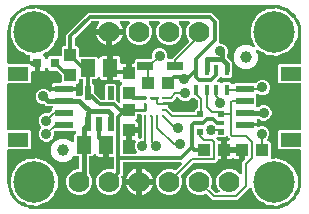
<source format=gbr>
G04 EAGLE Gerber RS-274X export*
G75*
%MOMM*%
%FSLAX34Y34*%
%LPD*%
%INTop Copper*%
%IPPOS*%
%AMOC8*
5,1,8,0,0,1.08239X$1,22.5*%
G01*
%ADD10R,1.240000X1.500000*%
%ADD11R,0.550000X1.200000*%
%ADD12R,1.000000X1.075000*%
%ADD13R,0.450000X0.900000*%
%ADD14R,0.500000X0.500000*%
%ADD15R,0.500000X0.400000*%
%ADD16C,3.516000*%
%ADD17R,1.550000X0.600000*%
%ADD18R,1.800000X1.200000*%
%ADD19C,1.000000*%
%ADD20R,0.800000X0.800000*%
%ADD21R,1.350000X0.800000*%
%ADD22R,1.075000X1.000000*%
%ADD23C,1.778000*%
%ADD24R,0.250000X0.275000*%
%ADD25R,0.275000X0.250000*%
%ADD26C,0.906400*%
%ADD27C,0.304800*%
%ADD28C,0.203200*%
%ADD29C,0.254000*%
%ADD30C,0.889000*%
%ADD31C,0.406400*%
%ADD32C,0.856400*%

G36*
X228622Y2543D02*
X228622Y2543D01*
X228700Y2545D01*
X232077Y2810D01*
X232145Y2824D01*
X232214Y2829D01*
X232370Y2869D01*
X238794Y4956D01*
X238901Y5006D01*
X239012Y5050D01*
X239063Y5083D01*
X239082Y5091D01*
X239097Y5104D01*
X239148Y5136D01*
X244612Y9107D01*
X244699Y9188D01*
X244746Y9227D01*
X244752Y9231D01*
X244753Y9233D01*
X244791Y9264D01*
X244829Y9310D01*
X244844Y9324D01*
X244855Y9341D01*
X244893Y9387D01*
X246586Y11717D01*
X246599Y11741D01*
X246616Y11761D01*
X246675Y11879D01*
X246739Y11996D01*
X246746Y12022D01*
X246758Y12046D01*
X246785Y12174D01*
X246799Y12185D01*
X246823Y12196D01*
X246925Y12281D01*
X247031Y12361D01*
X247048Y12382D01*
X247068Y12398D01*
X247171Y12522D01*
X248864Y14852D01*
X248921Y14956D01*
X248985Y15056D01*
X249007Y15113D01*
X249017Y15131D01*
X249022Y15151D01*
X249044Y15206D01*
X251131Y21630D01*
X251144Y21698D01*
X251167Y21764D01*
X251190Y21923D01*
X251455Y25300D01*
X251455Y25304D01*
X251456Y25307D01*
X251455Y25326D01*
X251459Y25400D01*
X251459Y51598D01*
X251444Y51716D01*
X251437Y51835D01*
X251425Y51873D01*
X251419Y51914D01*
X251376Y52024D01*
X251339Y52137D01*
X251317Y52172D01*
X251302Y52209D01*
X251233Y52305D01*
X251169Y52406D01*
X251139Y52434D01*
X251116Y52467D01*
X251024Y52543D01*
X250937Y52624D01*
X250902Y52644D01*
X250871Y52669D01*
X250763Y52720D01*
X250659Y52778D01*
X250619Y52788D01*
X250583Y52805D01*
X250466Y52827D01*
X250351Y52857D01*
X250291Y52861D01*
X250271Y52865D01*
X250250Y52863D01*
X250190Y52867D01*
X232618Y52867D01*
X231427Y54058D01*
X231427Y67742D01*
X232618Y68933D01*
X250190Y68933D01*
X250308Y68948D01*
X250427Y68955D01*
X250465Y68968D01*
X250506Y68973D01*
X250616Y69016D01*
X250729Y69053D01*
X250764Y69075D01*
X250801Y69090D01*
X250897Y69159D01*
X250998Y69223D01*
X251026Y69253D01*
X251059Y69276D01*
X251135Y69368D01*
X251216Y69455D01*
X251236Y69490D01*
X251261Y69521D01*
X251312Y69629D01*
X251370Y69733D01*
X251380Y69773D01*
X251397Y69809D01*
X251419Y69926D01*
X251449Y70041D01*
X251453Y70101D01*
X251457Y70121D01*
X251455Y70142D01*
X251459Y70202D01*
X251459Y107598D01*
X251444Y107716D01*
X251437Y107835D01*
X251424Y107873D01*
X251419Y107914D01*
X251376Y108024D01*
X251339Y108137D01*
X251317Y108172D01*
X251302Y108209D01*
X251233Y108305D01*
X251169Y108406D01*
X251139Y108434D01*
X251116Y108467D01*
X251024Y108543D01*
X250937Y108624D01*
X250902Y108644D01*
X250871Y108669D01*
X250763Y108720D01*
X250659Y108778D01*
X250619Y108788D01*
X250583Y108805D01*
X250466Y108827D01*
X250351Y108857D01*
X250291Y108861D01*
X250271Y108865D01*
X250250Y108863D01*
X250190Y108867D01*
X232618Y108867D01*
X231427Y110058D01*
X231427Y123742D01*
X232618Y124933D01*
X250190Y124933D01*
X250308Y124948D01*
X250427Y124955D01*
X250465Y124968D01*
X250506Y124973D01*
X250616Y125016D01*
X250729Y125053D01*
X250764Y125075D01*
X250801Y125090D01*
X250897Y125159D01*
X250998Y125223D01*
X251026Y125253D01*
X251059Y125276D01*
X251135Y125368D01*
X251216Y125455D01*
X251236Y125490D01*
X251261Y125521D01*
X251312Y125629D01*
X251370Y125733D01*
X251380Y125773D01*
X251397Y125809D01*
X251419Y125926D01*
X251449Y126041D01*
X251453Y126101D01*
X251457Y126121D01*
X251455Y126142D01*
X251459Y126202D01*
X251459Y152400D01*
X251457Y152422D01*
X251455Y152500D01*
X251190Y155877D01*
X251176Y155945D01*
X251171Y156014D01*
X251131Y156170D01*
X249044Y162594D01*
X248993Y162701D01*
X248950Y162812D01*
X248917Y162863D01*
X248909Y162882D01*
X248896Y162897D01*
X248864Y162948D01*
X247171Y165278D01*
X247153Y165297D01*
X247139Y165320D01*
X247044Y165413D01*
X246953Y165509D01*
X246931Y165524D01*
X246912Y165542D01*
X246798Y165608D01*
X246792Y165624D01*
X246789Y165651D01*
X246740Y165775D01*
X246697Y165900D01*
X246682Y165922D01*
X246672Y165947D01*
X246586Y166083D01*
X244893Y168413D01*
X244812Y168499D01*
X244736Y168591D01*
X244690Y168629D01*
X244676Y168644D01*
X244658Y168655D01*
X244612Y168693D01*
X239148Y172664D01*
X239044Y172721D01*
X238944Y172785D01*
X238887Y172807D01*
X238869Y172817D01*
X238849Y172822D01*
X238794Y172844D01*
X232370Y174931D01*
X232302Y174944D01*
X232236Y174967D01*
X232077Y174990D01*
X228700Y175255D01*
X228678Y175254D01*
X228600Y175259D01*
X25400Y175259D01*
X25378Y175257D01*
X25300Y175255D01*
X21923Y174990D01*
X21855Y174976D01*
X21786Y174971D01*
X21630Y174931D01*
X18892Y174041D01*
X18867Y174030D01*
X18841Y174024D01*
X18724Y173963D01*
X18604Y173906D01*
X18583Y173889D01*
X18560Y173877D01*
X18462Y173789D01*
X18445Y173788D01*
X18418Y173793D01*
X18286Y173785D01*
X18153Y173783D01*
X18128Y173775D01*
X18101Y173774D01*
X17945Y173734D01*
X15206Y172844D01*
X15099Y172794D01*
X14988Y172750D01*
X14937Y172717D01*
X14918Y172709D01*
X14903Y172696D01*
X14852Y172664D01*
X9388Y168693D01*
X9301Y168612D01*
X9209Y168536D01*
X9171Y168490D01*
X9156Y168476D01*
X9145Y168458D01*
X9107Y168412D01*
X5136Y162948D01*
X5079Y162844D01*
X5015Y162744D01*
X4993Y162687D01*
X4983Y162669D01*
X4978Y162649D01*
X4956Y162594D01*
X2869Y156170D01*
X2856Y156102D01*
X2833Y156036D01*
X2810Y155877D01*
X2545Y152500D01*
X2546Y152478D01*
X2541Y152400D01*
X2541Y126202D01*
X2556Y126084D01*
X2563Y125965D01*
X2576Y125927D01*
X2581Y125886D01*
X2624Y125776D01*
X2661Y125663D01*
X2683Y125628D01*
X2698Y125591D01*
X2767Y125495D01*
X2831Y125394D01*
X2861Y125366D01*
X2884Y125333D01*
X2976Y125257D01*
X3063Y125176D01*
X3098Y125156D01*
X3129Y125131D01*
X3237Y125080D01*
X3341Y125022D01*
X3381Y125012D01*
X3417Y124995D01*
X3534Y124973D01*
X3649Y124943D01*
X3709Y124939D01*
X3729Y124935D01*
X3750Y124937D01*
X3810Y124933D01*
X21382Y124933D01*
X22212Y124102D01*
X22291Y124042D01*
X22363Y123974D01*
X22416Y123945D01*
X22464Y123908D01*
X22555Y123868D01*
X22641Y123820D01*
X22700Y123805D01*
X22755Y123781D01*
X22853Y123766D01*
X22949Y123741D01*
X23049Y123735D01*
X23069Y123731D01*
X23082Y123732D01*
X23110Y123731D01*
X26061Y123731D01*
X26061Y119189D01*
X23842Y119189D01*
X23724Y119174D01*
X23605Y119167D01*
X23567Y119154D01*
X23526Y119149D01*
X23416Y119106D01*
X23303Y119069D01*
X23268Y119047D01*
X23231Y119032D01*
X23135Y118963D01*
X23034Y118899D01*
X23006Y118869D01*
X22973Y118846D01*
X22897Y118754D01*
X22816Y118667D01*
X22796Y118632D01*
X22771Y118601D01*
X22720Y118493D01*
X22662Y118389D01*
X22652Y118349D01*
X22635Y118313D01*
X22613Y118196D01*
X22583Y118081D01*
X22579Y118021D01*
X22575Y118001D01*
X22577Y117980D01*
X22573Y117920D01*
X22573Y110058D01*
X21382Y108867D01*
X3810Y108867D01*
X3692Y108852D01*
X3573Y108845D01*
X3535Y108832D01*
X3494Y108827D01*
X3384Y108784D01*
X3271Y108747D01*
X3236Y108725D01*
X3199Y108710D01*
X3103Y108641D01*
X3002Y108577D01*
X2974Y108547D01*
X2941Y108524D01*
X2865Y108432D01*
X2784Y108345D01*
X2764Y108310D01*
X2739Y108279D01*
X2688Y108171D01*
X2630Y108067D01*
X2620Y108027D01*
X2603Y107991D01*
X2581Y107874D01*
X2551Y107759D01*
X2547Y107699D01*
X2543Y107679D01*
X2545Y107658D01*
X2541Y107598D01*
X2541Y70202D01*
X2556Y70084D01*
X2563Y69965D01*
X2576Y69927D01*
X2581Y69886D01*
X2624Y69776D01*
X2661Y69663D01*
X2683Y69628D01*
X2698Y69591D01*
X2767Y69495D01*
X2831Y69394D01*
X2861Y69366D01*
X2884Y69333D01*
X2976Y69257D01*
X3063Y69176D01*
X3098Y69156D01*
X3129Y69131D01*
X3237Y69080D01*
X3341Y69022D01*
X3381Y69012D01*
X3417Y68995D01*
X3534Y68973D01*
X3649Y68943D01*
X3709Y68939D01*
X3729Y68935D01*
X3750Y68937D01*
X3810Y68933D01*
X21382Y68933D01*
X22573Y67742D01*
X22573Y54058D01*
X21382Y52867D01*
X3810Y52867D01*
X3692Y52852D01*
X3573Y52845D01*
X3535Y52832D01*
X3494Y52827D01*
X3384Y52784D01*
X3271Y52747D01*
X3236Y52725D01*
X3199Y52710D01*
X3103Y52641D01*
X3002Y52577D01*
X2974Y52547D01*
X2941Y52524D01*
X2865Y52432D01*
X2784Y52345D01*
X2764Y52310D01*
X2739Y52279D01*
X2688Y52171D01*
X2630Y52067D01*
X2620Y52027D01*
X2603Y51991D01*
X2581Y51874D01*
X2551Y51759D01*
X2547Y51699D01*
X2543Y51679D01*
X2545Y51658D01*
X2541Y51598D01*
X2541Y25400D01*
X2543Y25378D01*
X2545Y25300D01*
X2810Y21923D01*
X2824Y21855D01*
X2829Y21786D01*
X2869Y21630D01*
X4956Y15206D01*
X5006Y15099D01*
X5050Y14988D01*
X5083Y14937D01*
X5091Y14918D01*
X5104Y14903D01*
X5136Y14852D01*
X9107Y9388D01*
X9127Y9366D01*
X9138Y9348D01*
X9184Y9305D01*
X9188Y9301D01*
X9264Y9209D01*
X9310Y9171D01*
X9324Y9156D01*
X9342Y9145D01*
X9388Y9107D01*
X14852Y5136D01*
X14956Y5079D01*
X15056Y5015D01*
X15113Y4993D01*
X15131Y4983D01*
X15151Y4978D01*
X15206Y4956D01*
X17945Y4066D01*
X17971Y4061D01*
X17996Y4051D01*
X18127Y4031D01*
X18257Y4006D01*
X18284Y4008D01*
X18310Y4004D01*
X18441Y4018D01*
X18455Y4008D01*
X18474Y3989D01*
X18585Y3917D01*
X18694Y3842D01*
X18719Y3832D01*
X18742Y3818D01*
X18891Y3759D01*
X21630Y2869D01*
X21698Y2856D01*
X21764Y2833D01*
X21923Y2810D01*
X25300Y2545D01*
X25322Y2546D01*
X25400Y2541D01*
X228600Y2541D01*
X228622Y2543D01*
G37*
%LPC*%
G36*
X226876Y5780D02*
X226876Y5780D01*
X226858Y5780D01*
X226743Y5787D01*
X224699Y5787D01*
X224151Y6014D01*
X224052Y6041D01*
X223957Y6077D01*
X223865Y6092D01*
X223844Y6098D01*
X223831Y6098D01*
X223798Y6104D01*
X222379Y6253D01*
X219415Y7964D01*
X219413Y7965D01*
X219410Y7967D01*
X219266Y8038D01*
X217490Y8773D01*
X216893Y9370D01*
X216826Y9422D01*
X216765Y9483D01*
X216651Y9558D01*
X216642Y9565D01*
X216638Y9567D01*
X216631Y9572D01*
X215129Y10439D01*
X213339Y12903D01*
X213326Y12917D01*
X213316Y12933D01*
X213209Y13054D01*
X211973Y14290D01*
X211557Y15296D01*
X211522Y15356D01*
X211497Y15420D01*
X211411Y15556D01*
X210208Y17211D01*
X209677Y19712D01*
X209674Y19718D01*
X209674Y19725D01*
X209622Y19870D01*
X209572Y20013D01*
X209568Y20018D01*
X209566Y20024D01*
X209481Y20150D01*
X209396Y20278D01*
X209391Y20282D01*
X209388Y20287D01*
X209273Y20389D01*
X209160Y20491D01*
X209154Y20493D01*
X209149Y20498D01*
X209014Y20567D01*
X208878Y20638D01*
X208872Y20639D01*
X208866Y20642D01*
X208718Y20676D01*
X208568Y20711D01*
X208562Y20711D01*
X208556Y20712D01*
X208402Y20707D01*
X208250Y20704D01*
X208244Y20703D01*
X208238Y20702D01*
X208091Y20660D01*
X207944Y20619D01*
X207938Y20616D01*
X207932Y20614D01*
X207803Y20537D01*
X207669Y20460D01*
X207664Y20456D01*
X207658Y20452D01*
X207538Y20346D01*
X197478Y10286D01*
X175902Y10286D01*
X173745Y12444D01*
X171011Y15178D01*
X170987Y15196D01*
X170968Y15218D01*
X170862Y15293D01*
X170760Y15373D01*
X170732Y15384D01*
X170708Y15401D01*
X170587Y15447D01*
X170468Y15499D01*
X170439Y15504D01*
X170411Y15514D01*
X170282Y15528D01*
X170154Y15549D01*
X170124Y15546D01*
X170095Y15549D01*
X169966Y15531D01*
X169837Y15519D01*
X169809Y15509D01*
X169780Y15505D01*
X169628Y15453D01*
X167273Y14477D01*
X162927Y14477D01*
X158913Y16140D01*
X155840Y19213D01*
X154177Y23227D01*
X154177Y27573D01*
X155840Y31587D01*
X158913Y34660D01*
X162927Y36323D01*
X167273Y36323D01*
X171287Y34660D01*
X174360Y31587D01*
X176023Y27573D01*
X176023Y23227D01*
X175047Y20872D01*
X175039Y20844D01*
X175026Y20818D01*
X174998Y20691D01*
X174963Y20566D01*
X174963Y20536D01*
X174956Y20507D01*
X174960Y20377D01*
X174958Y20248D01*
X174965Y20219D01*
X174966Y20189D01*
X175002Y20065D01*
X175032Y19938D01*
X175046Y19912D01*
X175054Y19884D01*
X175120Y19772D01*
X175181Y19657D01*
X175201Y19635D01*
X175216Y19610D01*
X175322Y19489D01*
X178056Y16755D01*
X178134Y16695D01*
X178206Y16627D01*
X178259Y16598D01*
X178307Y16561D01*
X178398Y16521D01*
X178485Y16473D01*
X178544Y16458D01*
X178599Y16434D01*
X178697Y16419D01*
X178793Y16394D01*
X178893Y16388D01*
X178913Y16384D01*
X178926Y16386D01*
X178954Y16384D01*
X181005Y16384D01*
X181143Y16401D01*
X181281Y16414D01*
X181300Y16421D01*
X181321Y16424D01*
X181450Y16475D01*
X181581Y16522D01*
X181597Y16533D01*
X181616Y16541D01*
X181728Y16622D01*
X181844Y16700D01*
X181857Y16716D01*
X181874Y16727D01*
X181962Y16835D01*
X182054Y16939D01*
X182063Y16957D01*
X182076Y16972D01*
X182136Y17098D01*
X182199Y17222D01*
X182203Y17242D01*
X182212Y17260D01*
X182238Y17397D01*
X182268Y17532D01*
X182268Y17553D01*
X182272Y17572D01*
X182263Y17711D01*
X182259Y17850D01*
X182253Y17870D01*
X182252Y17890D01*
X182209Y18022D01*
X182170Y18156D01*
X182160Y18173D01*
X182154Y18192D01*
X182080Y18310D01*
X182009Y18430D01*
X181990Y18451D01*
X181984Y18461D01*
X181969Y18475D01*
X181902Y18550D01*
X181240Y19213D01*
X179577Y23227D01*
X179577Y27573D01*
X181240Y31587D01*
X184313Y34660D01*
X188327Y36323D01*
X192673Y36323D01*
X196687Y34660D01*
X199255Y32093D01*
X199338Y32028D01*
X199392Y31977D01*
X199420Y31962D01*
X199471Y31919D01*
X199490Y31910D01*
X199506Y31898D01*
X199634Y31842D01*
X199651Y31834D01*
X199671Y31823D01*
X199678Y31821D01*
X199759Y31783D01*
X199779Y31779D01*
X199798Y31771D01*
X199936Y31749D01*
X200072Y31723D01*
X200092Y31725D01*
X200112Y31721D01*
X200251Y31734D01*
X200389Y31743D01*
X200408Y31749D01*
X200428Y31751D01*
X200560Y31798D01*
X200691Y31841D01*
X200709Y31852D01*
X200728Y31859D01*
X200843Y31937D01*
X200960Y32011D01*
X200974Y32026D01*
X200991Y32037D01*
X201083Y32142D01*
X201178Y32243D01*
X201188Y32261D01*
X201201Y32276D01*
X201265Y32400D01*
X201332Y32521D01*
X201337Y32541D01*
X201346Y32559D01*
X201356Y32603D01*
X201359Y32610D01*
X201368Y32660D01*
X201376Y32695D01*
X201411Y32829D01*
X201413Y32857D01*
X201416Y32869D01*
X201415Y32890D01*
X201416Y32909D01*
X201419Y32922D01*
X201418Y32936D01*
X201421Y32990D01*
X201421Y42067D01*
X203178Y43824D01*
X203238Y43902D01*
X203306Y43974D01*
X203335Y44027D01*
X203372Y44075D01*
X203412Y44166D01*
X203460Y44252D01*
X203475Y44311D01*
X203499Y44367D01*
X203514Y44465D01*
X203539Y44560D01*
X203545Y44660D01*
X203549Y44681D01*
X203547Y44693D01*
X203549Y44721D01*
X203549Y51475D01*
X203534Y51593D01*
X203527Y51712D01*
X203514Y51750D01*
X203509Y51790D01*
X203466Y51901D01*
X203429Y52014D01*
X203407Y52048D01*
X203392Y52086D01*
X203323Y52182D01*
X203259Y52283D01*
X203229Y52311D01*
X203206Y52343D01*
X203114Y52419D01*
X203027Y52501D01*
X202992Y52520D01*
X202961Y52546D01*
X202853Y52597D01*
X202749Y52654D01*
X202709Y52664D01*
X202673Y52682D01*
X202556Y52704D01*
X202441Y52734D01*
X202381Y52738D01*
X202361Y52741D01*
X202340Y52740D01*
X202280Y52744D01*
X201089Y52744D01*
X201089Y53935D01*
X201074Y54053D01*
X201067Y54172D01*
X201054Y54210D01*
X201049Y54251D01*
X201005Y54361D01*
X200969Y54474D01*
X200947Y54509D01*
X200932Y54546D01*
X200862Y54642D01*
X200799Y54743D01*
X200769Y54771D01*
X200745Y54804D01*
X200654Y54880D01*
X200567Y54961D01*
X200532Y54981D01*
X200500Y55006D01*
X200393Y55057D01*
X200288Y55115D01*
X200249Y55125D01*
X200213Y55142D01*
X200096Y55164D01*
X199980Y55194D01*
X199920Y55198D01*
X199900Y55202D01*
X199880Y55200D01*
X199820Y55204D01*
X188799Y55204D01*
X188799Y60246D01*
X189553Y60246D01*
X189691Y60263D01*
X189830Y60276D01*
X189849Y60283D01*
X189869Y60286D01*
X189998Y60337D01*
X190129Y60384D01*
X190146Y60395D01*
X190165Y60403D01*
X190277Y60484D01*
X190392Y60562D01*
X190406Y60578D01*
X190422Y60589D01*
X190511Y60697D01*
X190603Y60801D01*
X190612Y60819D01*
X190625Y60834D01*
X190684Y60960D01*
X190747Y61084D01*
X190752Y61104D01*
X190760Y61122D01*
X190786Y61259D01*
X190817Y61394D01*
X190816Y61415D01*
X190820Y61434D01*
X190812Y61573D01*
X190807Y61712D01*
X190802Y61732D01*
X190800Y61752D01*
X190758Y61884D01*
X190719Y62018D01*
X190709Y62035D01*
X190702Y62054D01*
X190628Y62172D01*
X190557Y62292D01*
X190539Y62313D01*
X190532Y62323D01*
X190517Y62337D01*
X190451Y62412D01*
X189620Y63244D01*
X189174Y63690D01*
X189079Y63763D01*
X188990Y63842D01*
X188954Y63860D01*
X188922Y63885D01*
X188813Y63932D01*
X188707Y63986D01*
X188668Y63995D01*
X188630Y64011D01*
X188513Y64030D01*
X188397Y64056D01*
X188356Y64055D01*
X188316Y64061D01*
X188198Y64050D01*
X188079Y64046D01*
X188040Y64035D01*
X188000Y64031D01*
X187888Y63991D01*
X187773Y63958D01*
X187739Y63937D01*
X187700Y63924D01*
X187602Y63857D01*
X187499Y63796D01*
X187454Y63756D01*
X187437Y63745D01*
X187424Y63730D01*
X187379Y63690D01*
X187094Y63405D01*
X180661Y63405D01*
X180523Y63388D01*
X180385Y63375D01*
X180366Y63368D01*
X180345Y63365D01*
X180216Y63314D01*
X180085Y63267D01*
X180069Y63256D01*
X180050Y63248D01*
X179937Y63167D01*
X179822Y63089D01*
X179809Y63073D01*
X179792Y63062D01*
X179704Y62954D01*
X179612Y62850D01*
X179603Y62832D01*
X179590Y62817D01*
X179530Y62691D01*
X179467Y62567D01*
X179463Y62547D01*
X179454Y62529D01*
X179428Y62392D01*
X179398Y62257D01*
X179398Y62236D01*
X179394Y62217D01*
X179403Y62078D01*
X179407Y61939D01*
X179413Y61919D01*
X179414Y61899D01*
X179457Y61767D01*
X179496Y61633D01*
X179506Y61616D01*
X179512Y61597D01*
X179586Y61479D01*
X179657Y61359D01*
X179676Y61338D01*
X179682Y61328D01*
X179697Y61314D01*
X179764Y61238D01*
X180385Y60617D01*
X180463Y60557D01*
X180535Y60489D01*
X180588Y60460D01*
X180636Y60423D01*
X180727Y60383D01*
X180813Y60335D01*
X180872Y60320D01*
X180928Y60296D01*
X181026Y60281D01*
X181121Y60256D01*
X181221Y60250D01*
X181242Y60246D01*
X181254Y60248D01*
X181282Y60246D01*
X183801Y60246D01*
X183801Y53935D01*
X183816Y53817D01*
X183823Y53698D01*
X183835Y53660D01*
X183841Y53620D01*
X183884Y53509D01*
X183921Y53396D01*
X183943Y53362D01*
X183958Y53324D01*
X184027Y53228D01*
X184091Y53127D01*
X184121Y53099D01*
X184144Y53067D01*
X184236Y52991D01*
X184323Y52909D01*
X184358Y52890D01*
X184389Y52864D01*
X184497Y52813D01*
X184601Y52756D01*
X184641Y52746D01*
X184677Y52728D01*
X184784Y52708D01*
X184754Y52704D01*
X184644Y52660D01*
X184531Y52624D01*
X184496Y52602D01*
X184459Y52587D01*
X184362Y52517D01*
X184262Y52454D01*
X184234Y52424D01*
X184201Y52400D01*
X184125Y52309D01*
X184044Y52222D01*
X184024Y52187D01*
X183999Y52155D01*
X183948Y52048D01*
X183890Y51943D01*
X183880Y51904D01*
X183863Y51868D01*
X183841Y51751D01*
X183811Y51635D01*
X183807Y51575D01*
X183803Y51555D01*
X183805Y51535D01*
X183801Y51475D01*
X183801Y45164D01*
X182041Y45164D01*
X181923Y45149D01*
X181804Y45142D01*
X181766Y45129D01*
X181725Y45124D01*
X181615Y45081D01*
X181502Y45044D01*
X181467Y45022D01*
X181430Y45007D01*
X181334Y44938D01*
X181233Y44874D01*
X181205Y44844D01*
X181172Y44821D01*
X181096Y44729D01*
X181015Y44642D01*
X180995Y44607D01*
X180970Y44576D01*
X180919Y44468D01*
X180861Y44364D01*
X180851Y44324D01*
X180834Y44288D01*
X180812Y44171D01*
X180782Y44056D01*
X180778Y43996D01*
X180774Y43976D01*
X180776Y43955D01*
X180772Y43895D01*
X180772Y43745D01*
X178428Y41401D01*
X160539Y41401D01*
X160440Y41389D01*
X160341Y41386D01*
X160283Y41369D01*
X160223Y41361D01*
X160131Y41325D01*
X160036Y41297D01*
X159984Y41267D01*
X159927Y41244D01*
X159847Y41186D01*
X159762Y41136D01*
X159687Y41070D01*
X159670Y41058D01*
X159662Y41048D01*
X159641Y41030D01*
X149922Y31311D01*
X149904Y31287D01*
X149882Y31268D01*
X149807Y31162D01*
X149727Y31060D01*
X149716Y31032D01*
X149699Y31008D01*
X149653Y30887D01*
X149601Y30768D01*
X149596Y30739D01*
X149586Y30711D01*
X149572Y30582D01*
X149551Y30454D01*
X149554Y30424D01*
X149551Y30395D01*
X149569Y30266D01*
X149581Y30137D01*
X149591Y30109D01*
X149595Y30080D01*
X149647Y29928D01*
X150623Y27573D01*
X150623Y23227D01*
X148960Y19213D01*
X145887Y16140D01*
X141873Y14477D01*
X137527Y14477D01*
X133513Y16140D01*
X130440Y19213D01*
X128777Y23227D01*
X128777Y27573D01*
X130440Y31587D01*
X133513Y34660D01*
X137527Y36323D01*
X141873Y36323D01*
X144228Y35347D01*
X144256Y35339D01*
X144282Y35326D01*
X144409Y35298D01*
X144534Y35263D01*
X144564Y35263D01*
X144593Y35256D01*
X144722Y35260D01*
X144852Y35258D01*
X144881Y35265D01*
X144911Y35266D01*
X145035Y35302D01*
X145162Y35332D01*
X145188Y35346D01*
X145216Y35354D01*
X145328Y35420D01*
X145443Y35481D01*
X145465Y35501D01*
X145490Y35516D01*
X145611Y35622D01*
X149985Y39997D01*
X150070Y40106D01*
X150159Y40213D01*
X150167Y40232D01*
X150180Y40248D01*
X150235Y40376D01*
X150294Y40501D01*
X150298Y40521D01*
X150306Y40540D01*
X150328Y40678D01*
X150354Y40814D01*
X150353Y40834D01*
X150356Y40854D01*
X150343Y40993D01*
X150334Y41131D01*
X150328Y41150D01*
X150326Y41170D01*
X150279Y41302D01*
X150236Y41433D01*
X150226Y41451D01*
X150219Y41470D01*
X150141Y41585D01*
X150066Y41702D01*
X150051Y41716D01*
X150040Y41733D01*
X149936Y41825D01*
X149835Y41920D01*
X149817Y41930D01*
X149802Y41943D01*
X149678Y42006D01*
X149556Y42074D01*
X149537Y42079D01*
X149518Y42088D01*
X149383Y42118D01*
X149248Y42153D01*
X149220Y42155D01*
X149208Y42158D01*
X149188Y42157D01*
X149087Y42163D01*
X101346Y42163D01*
X101228Y42148D01*
X101109Y42141D01*
X101071Y42128D01*
X101030Y42123D01*
X100920Y42080D01*
X100807Y42043D01*
X100772Y42021D01*
X100735Y42006D01*
X100639Y41937D01*
X100538Y41873D01*
X100510Y41843D01*
X100477Y41820D01*
X100401Y41728D01*
X100320Y41641D01*
X100300Y41606D01*
X100275Y41575D01*
X100224Y41467D01*
X100166Y41363D01*
X100156Y41323D01*
X100139Y41287D01*
X100117Y41170D01*
X100087Y41055D01*
X100083Y40995D01*
X100079Y40975D01*
X100081Y40954D01*
X100077Y40894D01*
X100077Y31547D01*
X99333Y30803D01*
X99315Y30780D01*
X99292Y30760D01*
X99217Y30654D01*
X99138Y30552D01*
X99126Y30525D01*
X99109Y30500D01*
X99063Y30379D01*
X99012Y30260D01*
X99007Y30231D01*
X98996Y30203D01*
X98982Y30074D01*
X98962Y29946D01*
X98964Y29916D01*
X98961Y29887D01*
X98979Y29758D01*
X98991Y29629D01*
X99001Y29601D01*
X99006Y29572D01*
X99058Y29420D01*
X99823Y27573D01*
X99823Y23227D01*
X98160Y19213D01*
X95087Y16140D01*
X91073Y14477D01*
X86727Y14477D01*
X82713Y16140D01*
X79640Y19213D01*
X77977Y23227D01*
X77977Y27573D01*
X79640Y31587D01*
X82713Y34660D01*
X86727Y36323D01*
X91073Y36323D01*
X91208Y36267D01*
X91256Y36253D01*
X91301Y36232D01*
X91409Y36212D01*
X91515Y36183D01*
X91565Y36182D01*
X91614Y36172D01*
X91723Y36179D01*
X91833Y36178D01*
X91881Y36189D01*
X91931Y36192D01*
X92035Y36226D01*
X92142Y36252D01*
X92186Y36275D01*
X92233Y36290D01*
X92326Y36349D01*
X92423Y36400D01*
X92460Y36434D01*
X92502Y36460D01*
X92577Y36540D01*
X92659Y36614D01*
X92686Y36656D01*
X92720Y36692D01*
X92773Y36788D01*
X92833Y36880D01*
X92850Y36927D01*
X92874Y36971D01*
X92901Y37077D01*
X92937Y37181D01*
X92941Y37230D01*
X92953Y37278D01*
X92963Y37439D01*
X92963Y45586D01*
X92948Y45704D01*
X92941Y45823D01*
X92928Y45861D01*
X92923Y45902D01*
X92880Y46012D01*
X92843Y46125D01*
X92821Y46160D01*
X92806Y46197D01*
X92737Y46293D01*
X92673Y46394D01*
X92643Y46422D01*
X92620Y46455D01*
X92528Y46531D01*
X92441Y46612D01*
X92406Y46632D01*
X92375Y46657D01*
X92267Y46708D01*
X92163Y46766D01*
X92123Y46776D01*
X92087Y46793D01*
X91970Y46815D01*
X91855Y46845D01*
X91795Y46849D01*
X91775Y46853D01*
X91754Y46851D01*
X91694Y46855D01*
X88747Y46855D01*
X88747Y55626D01*
X88732Y55744D01*
X88725Y55863D01*
X88712Y55901D01*
X88707Y55941D01*
X88663Y56052D01*
X88627Y56165D01*
X88605Y56200D01*
X88590Y56237D01*
X88520Y56333D01*
X88457Y56434D01*
X88427Y56462D01*
X88403Y56494D01*
X88312Y56570D01*
X88225Y56652D01*
X88190Y56671D01*
X88158Y56697D01*
X88051Y56748D01*
X87947Y56805D01*
X87907Y56816D01*
X87871Y56833D01*
X87754Y56855D01*
X87639Y56885D01*
X87578Y56889D01*
X87558Y56893D01*
X87538Y56891D01*
X87478Y56895D01*
X84938Y56895D01*
X84820Y56880D01*
X84701Y56873D01*
X84663Y56860D01*
X84623Y56855D01*
X84512Y56811D01*
X84399Y56775D01*
X84364Y56753D01*
X84327Y56738D01*
X84231Y56668D01*
X84130Y56605D01*
X84102Y56575D01*
X84069Y56551D01*
X83994Y56460D01*
X83912Y56373D01*
X83892Y56338D01*
X83867Y56306D01*
X83816Y56199D01*
X83758Y56095D01*
X83748Y56055D01*
X83731Y56019D01*
X83709Y55902D01*
X83679Y55787D01*
X83675Y55726D01*
X83671Y55706D01*
X83673Y55686D01*
X83669Y55626D01*
X83669Y46855D01*
X79674Y46855D01*
X79027Y47028D01*
X78448Y47363D01*
X77975Y47836D01*
X77612Y48465D01*
X77536Y48565D01*
X77465Y48669D01*
X77440Y48692D01*
X77419Y48719D01*
X77321Y48797D01*
X77227Y48880D01*
X77197Y48895D01*
X77170Y48916D01*
X77055Y48967D01*
X76943Y49025D01*
X76910Y49032D01*
X76880Y49046D01*
X76756Y49067D01*
X76633Y49094D01*
X76599Y49093D01*
X76566Y49099D01*
X76441Y49088D01*
X76315Y49085D01*
X76283Y49075D01*
X76249Y49072D01*
X76131Y49031D01*
X76010Y48996D01*
X75981Y48979D01*
X75949Y48968D01*
X75844Y48898D01*
X75736Y48835D01*
X75699Y48802D01*
X75684Y48792D01*
X75669Y48776D01*
X75615Y48728D01*
X74250Y47363D01*
X72542Y47363D01*
X72424Y47348D01*
X72305Y47341D01*
X72267Y47328D01*
X72226Y47323D01*
X72116Y47280D01*
X72003Y47243D01*
X71968Y47221D01*
X71931Y47206D01*
X71835Y47137D01*
X71734Y47073D01*
X71706Y47043D01*
X71673Y47020D01*
X71597Y46928D01*
X71516Y46841D01*
X71496Y46806D01*
X71471Y46775D01*
X71420Y46667D01*
X71362Y46563D01*
X71352Y46523D01*
X71335Y46487D01*
X71313Y46370D01*
X71283Y46255D01*
X71279Y46195D01*
X71275Y46175D01*
X71277Y46154D01*
X71273Y46094D01*
X71273Y33600D01*
X71285Y33502D01*
X71288Y33403D01*
X71305Y33345D01*
X71313Y33285D01*
X71349Y33192D01*
X71377Y33097D01*
X71407Y33045D01*
X71430Y32989D01*
X71488Y32909D01*
X71538Y32823D01*
X71604Y32748D01*
X71616Y32732D01*
X71626Y32724D01*
X71644Y32703D01*
X72760Y31587D01*
X74423Y27573D01*
X74423Y23227D01*
X72760Y19213D01*
X69687Y16140D01*
X65673Y14477D01*
X61327Y14477D01*
X57313Y16140D01*
X54240Y19213D01*
X52577Y23227D01*
X52577Y27573D01*
X54240Y31587D01*
X57313Y34660D01*
X61327Y36323D01*
X61874Y36323D01*
X61992Y36338D01*
X62111Y36345D01*
X62149Y36358D01*
X62190Y36363D01*
X62300Y36406D01*
X62413Y36443D01*
X62448Y36465D01*
X62485Y36480D01*
X62581Y36549D01*
X62682Y36613D01*
X62710Y36643D01*
X62743Y36666D01*
X62819Y36758D01*
X62900Y36845D01*
X62920Y36880D01*
X62945Y36911D01*
X62996Y37019D01*
X63054Y37123D01*
X63064Y37163D01*
X63081Y37199D01*
X63103Y37316D01*
X63133Y37431D01*
X63137Y37491D01*
X63141Y37511D01*
X63139Y37532D01*
X63143Y37592D01*
X63143Y46094D01*
X63128Y46212D01*
X63121Y46331D01*
X63108Y46369D01*
X63103Y46410D01*
X63060Y46520D01*
X63023Y46633D01*
X63001Y46668D01*
X62986Y46705D01*
X62917Y46801D01*
X62853Y46902D01*
X62823Y46930D01*
X62800Y46963D01*
X62708Y47039D01*
X62621Y47120D01*
X62586Y47140D01*
X62555Y47165D01*
X62447Y47216D01*
X62343Y47274D01*
X62303Y47284D01*
X62267Y47301D01*
X62150Y47323D01*
X62035Y47353D01*
X61975Y47357D01*
X61955Y47361D01*
X61934Y47359D01*
X61874Y47363D01*
X60159Y47363D01*
X60092Y47416D01*
X59997Y47498D01*
X59966Y47513D01*
X59940Y47533D01*
X59824Y47583D01*
X59712Y47639D01*
X59679Y47646D01*
X59648Y47660D01*
X59524Y47679D01*
X59401Y47706D01*
X59367Y47704D01*
X59334Y47709D01*
X59209Y47698D01*
X59083Y47693D01*
X59051Y47683D01*
X59017Y47680D01*
X58899Y47637D01*
X58778Y47601D01*
X58750Y47584D01*
X58718Y47572D01*
X58614Y47501D01*
X58506Y47436D01*
X58483Y47412D01*
X58455Y47394D01*
X58371Y47299D01*
X58283Y47210D01*
X58256Y47169D01*
X58244Y47155D01*
X58234Y47136D01*
X58194Y47075D01*
X56851Y44749D01*
X52210Y42069D01*
X46850Y42069D01*
X42209Y44749D01*
X39529Y49390D01*
X39529Y54750D01*
X42209Y59391D01*
X46850Y62071D01*
X52210Y62071D01*
X57071Y59264D01*
X57194Y59212D01*
X57313Y59156D01*
X57340Y59151D01*
X57365Y59141D01*
X57496Y59121D01*
X57626Y59096D01*
X57652Y59098D01*
X57679Y59094D01*
X57811Y59108D01*
X57943Y59116D01*
X57969Y59124D01*
X57995Y59127D01*
X58120Y59173D01*
X58245Y59214D01*
X58268Y59229D01*
X58294Y59238D01*
X58402Y59313D01*
X58514Y59384D01*
X58533Y59404D01*
X58555Y59419D01*
X58641Y59519D01*
X58732Y59616D01*
X58745Y59640D01*
X58763Y59660D01*
X58822Y59779D01*
X58886Y59894D01*
X58892Y59920D01*
X58904Y59945D01*
X58932Y60074D01*
X58965Y60202D01*
X58967Y60240D01*
X58971Y60256D01*
X58970Y60278D01*
X58975Y60363D01*
X58975Y65238D01*
X60438Y66701D01*
X60523Y66810D01*
X60612Y66917D01*
X60620Y66936D01*
X60633Y66952D01*
X60688Y67080D01*
X60747Y67205D01*
X60751Y67225D01*
X60759Y67244D01*
X60781Y67382D01*
X60807Y67518D01*
X60806Y67538D01*
X60809Y67558D01*
X60796Y67697D01*
X60787Y67835D01*
X60781Y67854D01*
X60779Y67874D01*
X60732Y68006D01*
X60689Y68137D01*
X60678Y68155D01*
X60672Y68174D01*
X60593Y68289D01*
X60519Y68406D01*
X60504Y68420D01*
X60493Y68437D01*
X60389Y68529D01*
X60287Y68624D01*
X60270Y68634D01*
X60255Y68647D01*
X60130Y68711D01*
X60009Y68778D01*
X59989Y68783D01*
X59971Y68792D01*
X59835Y68822D01*
X59701Y68857D01*
X59673Y68859D01*
X59661Y68862D01*
X59641Y68861D01*
X59540Y68867D01*
X43394Y68867D01*
X43276Y68852D01*
X43157Y68845D01*
X43119Y68832D01*
X43078Y68827D01*
X42968Y68784D01*
X42855Y68747D01*
X42820Y68725D01*
X42783Y68710D01*
X42687Y68641D01*
X42586Y68577D01*
X42558Y68547D01*
X42525Y68524D01*
X42449Y68432D01*
X42368Y68345D01*
X42348Y68310D01*
X42323Y68279D01*
X42272Y68171D01*
X42214Y68067D01*
X42204Y68027D01*
X42187Y67991D01*
X42165Y67874D01*
X42135Y67759D01*
X42131Y67699D01*
X42127Y67679D01*
X42129Y67658D01*
X42125Y67598D01*
X42125Y64734D01*
X41125Y62321D01*
X39279Y60475D01*
X36866Y59475D01*
X34254Y59475D01*
X31841Y60475D01*
X29995Y62321D01*
X28995Y64734D01*
X28995Y67346D01*
X29995Y69759D01*
X30927Y70690D01*
X30999Y70784D01*
X31078Y70874D01*
X31097Y70910D01*
X31121Y70942D01*
X31169Y71051D01*
X31223Y71157D01*
X31232Y71196D01*
X31248Y71234D01*
X31266Y71351D01*
X31293Y71467D01*
X31291Y71508D01*
X31298Y71548D01*
X31287Y71666D01*
X31283Y71785D01*
X31272Y71824D01*
X31268Y71864D01*
X31228Y71977D01*
X31195Y72091D01*
X31174Y72125D01*
X31160Y72164D01*
X31093Y72262D01*
X31033Y72365D01*
X30993Y72410D01*
X30982Y72427D01*
X30966Y72440D01*
X30927Y72485D01*
X29995Y73417D01*
X28995Y75830D01*
X28995Y78442D01*
X29995Y80855D01*
X31841Y82701D01*
X34254Y83701D01*
X36922Y83701D01*
X36933Y83698D01*
X37059Y83664D01*
X37088Y83663D01*
X37117Y83657D01*
X37247Y83661D01*
X37377Y83659D01*
X37405Y83666D01*
X37435Y83667D01*
X37560Y83703D01*
X37686Y83733D01*
X37712Y83747D01*
X37741Y83755D01*
X37852Y83821D01*
X37967Y83882D01*
X37989Y83902D01*
X38015Y83917D01*
X38135Y84023D01*
X40386Y86273D01*
X40446Y86351D01*
X40514Y86423D01*
X40543Y86476D01*
X40580Y86524D01*
X40620Y86615D01*
X40668Y86702D01*
X40683Y86761D01*
X40707Y86816D01*
X40722Y86914D01*
X40747Y87010D01*
X40753Y87110D01*
X40757Y87130D01*
X40755Y87143D01*
X40757Y87171D01*
X40757Y87763D01*
X40769Y87778D01*
X40858Y87885D01*
X40866Y87904D01*
X40879Y87920D01*
X40934Y88048D01*
X40993Y88173D01*
X40997Y88193D01*
X41005Y88212D01*
X41027Y88349D01*
X41053Y88486D01*
X41052Y88506D01*
X41055Y88526D01*
X41042Y88664D01*
X41033Y88803D01*
X41027Y88822D01*
X41025Y88842D01*
X40978Y88973D01*
X40935Y89105D01*
X40924Y89123D01*
X40918Y89142D01*
X40839Y89257D01*
X40765Y89374D01*
X40750Y89388D01*
X40739Y89405D01*
X40635Y89497D01*
X40533Y89592D01*
X40516Y89602D01*
X40501Y89615D01*
X40377Y89678D01*
X40255Y89746D01*
X40235Y89751D01*
X40217Y89760D01*
X40082Y89790D01*
X39947Y89825D01*
X39919Y89827D01*
X39907Y89830D01*
X39887Y89829D01*
X39786Y89835D01*
X35226Y89835D01*
X34208Y90854D01*
X34130Y90914D01*
X34058Y90982D01*
X34005Y91011D01*
X33957Y91048D01*
X33866Y91088D01*
X33779Y91136D01*
X33721Y91151D01*
X33665Y91175D01*
X33567Y91190D01*
X33471Y91215D01*
X33371Y91221D01*
X33351Y91225D01*
X33339Y91223D01*
X33311Y91225D01*
X31714Y91225D01*
X29301Y92225D01*
X27455Y94071D01*
X26455Y96484D01*
X26455Y99096D01*
X27455Y101509D01*
X29301Y103355D01*
X31714Y104355D01*
X34326Y104355D01*
X36739Y103355D01*
X38083Y102011D01*
X38192Y101926D01*
X38299Y101838D01*
X38318Y101829D01*
X38334Y101816D01*
X38461Y101761D01*
X38587Y101702D01*
X38607Y101698D01*
X38626Y101690D01*
X38764Y101668D01*
X38900Y101642D01*
X38920Y101643D01*
X38940Y101640D01*
X39079Y101653D01*
X39217Y101662D01*
X39236Y101668D01*
X39256Y101670D01*
X39388Y101717D01*
X39519Y101760D01*
X39537Y101771D01*
X39556Y101778D01*
X39671Y101856D01*
X39788Y101930D01*
X39802Y101945D01*
X39819Y101956D01*
X39911Y102061D01*
X40006Y102162D01*
X40016Y102179D01*
X40029Y102195D01*
X40093Y102319D01*
X40138Y102401D01*
X50310Y102401D01*
X50428Y102416D01*
X50547Y102423D01*
X50554Y102425D01*
X50610Y102411D01*
X50670Y102407D01*
X50690Y102403D01*
X50710Y102405D01*
X50770Y102401D01*
X60831Y102401D01*
X60831Y100566D01*
X60658Y99919D01*
X60628Y99869D01*
X60577Y99747D01*
X60521Y99627D01*
X60516Y99600D01*
X60505Y99576D01*
X60486Y99444D01*
X60461Y99314D01*
X60462Y99288D01*
X60459Y99261D01*
X60472Y99129D01*
X60481Y98997D01*
X60489Y98972D01*
X60492Y98945D01*
X60538Y98820D01*
X60579Y98695D01*
X60593Y98672D01*
X60602Y98647D01*
X60678Y98538D01*
X60749Y98426D01*
X60768Y98407D01*
X60784Y98385D01*
X60884Y98299D01*
X60980Y98208D01*
X61004Y98195D01*
X61024Y98177D01*
X61143Y98118D01*
X61259Y98054D01*
X61285Y98048D01*
X61309Y98036D01*
X61439Y98008D01*
X61567Y97975D01*
X61605Y97973D01*
X61620Y97969D01*
X61642Y97970D01*
X61727Y97965D01*
X64966Y97965D01*
X65084Y97980D01*
X65203Y97987D01*
X65241Y98000D01*
X65282Y98005D01*
X65392Y98048D01*
X65505Y98085D01*
X65540Y98107D01*
X65577Y98122D01*
X65673Y98191D01*
X65774Y98255D01*
X65802Y98285D01*
X65835Y98308D01*
X65911Y98400D01*
X65992Y98487D01*
X66012Y98522D01*
X66037Y98553D01*
X66088Y98661D01*
X66146Y98765D01*
X66156Y98805D01*
X66173Y98841D01*
X66195Y98958D01*
X66225Y99073D01*
X66229Y99133D01*
X66233Y99153D01*
X66231Y99174D01*
X66235Y99234D01*
X66235Y107473D01*
X66581Y107819D01*
X66642Y107897D01*
X66710Y107970D01*
X66739Y108023D01*
X66776Y108070D01*
X66816Y108161D01*
X66864Y108248D01*
X66879Y108307D01*
X66903Y108362D01*
X66918Y108460D01*
X66943Y108556D01*
X66949Y108656D01*
X66953Y108676D01*
X66951Y108689D01*
X66953Y108717D01*
X66953Y111118D01*
X66938Y111236D01*
X66931Y111355D01*
X66918Y111393D01*
X66913Y111434D01*
X66870Y111544D01*
X66833Y111657D01*
X66811Y111692D01*
X66796Y111729D01*
X66727Y111825D01*
X66663Y111926D01*
X66633Y111954D01*
X66610Y111987D01*
X66518Y112063D01*
X66431Y112144D01*
X66396Y112164D01*
X66365Y112189D01*
X66257Y112240D01*
X66153Y112298D01*
X66113Y112308D01*
X66077Y112325D01*
X65960Y112347D01*
X65845Y112377D01*
X65785Y112381D01*
X65765Y112385D01*
X65744Y112383D01*
X65684Y112387D01*
X64182Y112387D01*
X64064Y112372D01*
X63945Y112365D01*
X63907Y112352D01*
X63866Y112347D01*
X63756Y112304D01*
X63643Y112267D01*
X63608Y112245D01*
X63571Y112230D01*
X63475Y112161D01*
X63374Y112097D01*
X63346Y112067D01*
X63313Y112044D01*
X63237Y111952D01*
X63156Y111865D01*
X63136Y111830D01*
X63111Y111799D01*
X63060Y111691D01*
X63002Y111587D01*
X62992Y111547D01*
X62975Y111511D01*
X62953Y111394D01*
X62923Y111279D01*
X62919Y111219D01*
X62915Y111199D01*
X62917Y111178D01*
X62913Y111118D01*
X62913Y109743D01*
X61621Y108452D01*
X61561Y108432D01*
X61526Y108410D01*
X61489Y108395D01*
X61393Y108326D01*
X61292Y108262D01*
X61264Y108232D01*
X61231Y108209D01*
X61155Y108117D01*
X61074Y108030D01*
X61054Y107995D01*
X61029Y107964D01*
X60978Y107856D01*
X60920Y107752D01*
X60910Y107712D01*
X60893Y107676D01*
X60871Y107559D01*
X60841Y107444D01*
X60837Y107384D01*
X60833Y107364D01*
X60835Y107343D01*
X60831Y107283D01*
X60831Y105399D01*
X50770Y105399D01*
X50652Y105384D01*
X50533Y105377D01*
X50526Y105375D01*
X50470Y105389D01*
X50410Y105393D01*
X50390Y105397D01*
X50370Y105395D01*
X50310Y105399D01*
X40249Y105399D01*
X40249Y107234D01*
X40422Y107881D01*
X40757Y108460D01*
X41230Y108933D01*
X41809Y109268D01*
X42456Y109441D01*
X47578Y109441D01*
X47696Y109456D01*
X47815Y109463D01*
X47853Y109476D01*
X47894Y109481D01*
X48004Y109524D01*
X48117Y109561D01*
X48152Y109583D01*
X48189Y109598D01*
X48285Y109667D01*
X48386Y109731D01*
X48414Y109761D01*
X48447Y109784D01*
X48523Y109876D01*
X48604Y109963D01*
X48624Y109998D01*
X48649Y110029D01*
X48700Y110137D01*
X48758Y110241D01*
X48768Y110281D01*
X48785Y110317D01*
X48807Y110434D01*
X48837Y110549D01*
X48841Y110609D01*
X48845Y110629D01*
X48843Y110650D01*
X48847Y110710D01*
X48847Y114746D01*
X48835Y114844D01*
X48832Y114943D01*
X48815Y115002D01*
X48807Y115062D01*
X48771Y115154D01*
X48743Y115249D01*
X48713Y115301D01*
X48690Y115357D01*
X48632Y115437D01*
X48582Y115523D01*
X48516Y115598D01*
X48504Y115615D01*
X48494Y115623D01*
X48476Y115644D01*
X44794Y119326D01*
X44715Y119386D01*
X44643Y119454D01*
X44590Y119483D01*
X44542Y119520D01*
X44451Y119560D01*
X44365Y119608D01*
X44306Y119623D01*
X44251Y119647D01*
X44153Y119662D01*
X44057Y119687D01*
X43957Y119693D01*
X43936Y119697D01*
X43924Y119695D01*
X43896Y119697D01*
X38218Y119697D01*
X37016Y120899D01*
X37008Y120962D01*
X36991Y121113D01*
X36988Y121119D01*
X36987Y121126D01*
X36931Y121269D01*
X36877Y121410D01*
X36873Y121416D01*
X36870Y121422D01*
X36781Y121546D01*
X36693Y121669D01*
X36688Y121674D01*
X36684Y121679D01*
X36565Y121777D01*
X36450Y121875D01*
X36444Y121878D01*
X36439Y121882D01*
X36301Y121947D01*
X36164Y122013D01*
X36157Y122015D01*
X36151Y122018D01*
X36003Y122046D01*
X35852Y122076D01*
X35845Y122076D01*
X35839Y122077D01*
X35687Y122068D01*
X35534Y122060D01*
X35528Y122058D01*
X35521Y122058D01*
X35377Y122011D01*
X35231Y121965D01*
X35225Y121962D01*
X35219Y121960D01*
X35090Y121878D01*
X34960Y121798D01*
X34956Y121793D01*
X34950Y121789D01*
X34845Y121678D01*
X34740Y121569D01*
X34737Y121563D01*
X34732Y121558D01*
X34658Y121424D01*
X34583Y121292D01*
X34581Y121283D01*
X34578Y121279D01*
X34576Y121269D01*
X34532Y121139D01*
X34428Y120749D01*
X34093Y120170D01*
X33620Y119697D01*
X33041Y119362D01*
X32394Y119189D01*
X30059Y119189D01*
X30059Y125000D01*
X30044Y125118D01*
X30037Y125237D01*
X30024Y125275D01*
X30019Y125315D01*
X29976Y125426D01*
X29939Y125539D01*
X29917Y125573D01*
X29902Y125611D01*
X29833Y125707D01*
X29769Y125808D01*
X29739Y125836D01*
X29716Y125868D01*
X29624Y125944D01*
X29537Y126026D01*
X29502Y126045D01*
X29471Y126071D01*
X29363Y126122D01*
X29259Y126179D01*
X29219Y126189D01*
X29183Y126207D01*
X29066Y126229D01*
X28951Y126259D01*
X28891Y126263D01*
X28871Y126266D01*
X28850Y126265D01*
X28790Y126269D01*
X28599Y126269D01*
X28599Y126460D01*
X28584Y126578D01*
X28577Y126697D01*
X28564Y126735D01*
X28559Y126776D01*
X28515Y126886D01*
X28479Y126999D01*
X28457Y127034D01*
X28442Y127071D01*
X28372Y127167D01*
X28309Y127268D01*
X28279Y127296D01*
X28255Y127329D01*
X28164Y127405D01*
X28077Y127486D01*
X28042Y127506D01*
X28010Y127531D01*
X27903Y127582D01*
X27798Y127640D01*
X27759Y127650D01*
X27723Y127667D01*
X27606Y127689D01*
X27490Y127719D01*
X27430Y127723D01*
X27410Y127727D01*
X27390Y127725D01*
X27330Y127729D01*
X21519Y127729D01*
X21519Y130064D01*
X21692Y130711D01*
X21899Y131068D01*
X21916Y131108D01*
X21939Y131144D01*
X21977Y131254D01*
X22022Y131362D01*
X22028Y131404D01*
X22042Y131445D01*
X22052Y131561D01*
X22069Y131676D01*
X22064Y131719D01*
X22068Y131762D01*
X22048Y131877D01*
X22036Y131992D01*
X22021Y132033D01*
X22013Y132075D01*
X21965Y132181D01*
X21925Y132291D01*
X21900Y132326D01*
X21883Y132365D01*
X21810Y132456D01*
X21743Y132552D01*
X21711Y132580D01*
X21684Y132613D01*
X21591Y132683D01*
X21503Y132760D01*
X21464Y132779D01*
X21430Y132805D01*
X21285Y132876D01*
X20951Y133014D01*
X20852Y133041D01*
X20757Y133077D01*
X20665Y133092D01*
X20644Y133098D01*
X20631Y133098D01*
X20598Y133104D01*
X19179Y133253D01*
X16215Y134964D01*
X16213Y134965D01*
X16210Y134967D01*
X16066Y135038D01*
X14290Y135773D01*
X13693Y136370D01*
X13626Y136422D01*
X13565Y136483D01*
X13451Y136558D01*
X13442Y136565D01*
X13438Y136567D01*
X13431Y136572D01*
X11929Y137439D01*
X10139Y139903D01*
X10126Y139917D01*
X10116Y139933D01*
X10009Y140054D01*
X8773Y141290D01*
X8357Y142296D01*
X8322Y142356D01*
X8297Y142420D01*
X8211Y142556D01*
X7008Y144211D01*
X6447Y146849D01*
X6436Y146883D01*
X6431Y146919D01*
X6379Y147071D01*
X5787Y148499D01*
X5787Y149822D01*
X5781Y149874D01*
X5783Y149926D01*
X5760Y150086D01*
X5268Y152400D01*
X5760Y154714D01*
X5764Y154767D01*
X5777Y154817D01*
X5787Y154978D01*
X5787Y156301D01*
X6379Y157729D01*
X6388Y157763D01*
X6404Y157795D01*
X6447Y157951D01*
X7008Y160589D01*
X8211Y162244D01*
X8244Y162305D01*
X8286Y162360D01*
X8357Y162504D01*
X8773Y163510D01*
X10009Y164746D01*
X10021Y164761D01*
X10036Y164773D01*
X10139Y164897D01*
X11929Y167361D01*
X13431Y168228D01*
X13499Y168280D01*
X13573Y168324D01*
X13675Y168414D01*
X13684Y168421D01*
X13687Y168424D01*
X13693Y168430D01*
X14290Y169027D01*
X16066Y169762D01*
X16068Y169764D01*
X16071Y169764D01*
X16215Y169836D01*
X18972Y171428D01*
X18993Y171444D01*
X19017Y171455D01*
X19119Y171540D01*
X19166Y171575D01*
X19203Y171568D01*
X19229Y171569D01*
X19256Y171565D01*
X19416Y171572D01*
X20598Y171696D01*
X20698Y171720D01*
X20799Y171734D01*
X20887Y171764D01*
X20908Y171769D01*
X20920Y171775D01*
X20951Y171786D01*
X21499Y172013D01*
X23543Y172013D01*
X23560Y172015D01*
X23676Y172020D01*
X27504Y172422D01*
X28573Y172075D01*
X28690Y172053D01*
X28805Y172023D01*
X28865Y172019D01*
X28885Y172015D01*
X28906Y172017D01*
X28965Y172013D01*
X29301Y172013D01*
X31209Y171222D01*
X31230Y171217D01*
X31303Y171188D01*
X35466Y169835D01*
X36078Y169285D01*
X36189Y169207D01*
X36297Y169126D01*
X36327Y169111D01*
X36339Y169103D01*
X36359Y169096D01*
X36441Y169055D01*
X36510Y169027D01*
X37805Y167732D01*
X37819Y167721D01*
X37853Y167686D01*
X41687Y164234D01*
X41900Y163756D01*
X41979Y163626D01*
X42250Y162971D01*
X42255Y162962D01*
X42263Y162941D01*
X45092Y156586D01*
X45092Y148214D01*
X42263Y141859D01*
X42260Y141849D01*
X42250Y141829D01*
X41994Y141211D01*
X41975Y141187D01*
X41970Y141179D01*
X41968Y141175D01*
X41963Y141164D01*
X41900Y141044D01*
X41687Y140566D01*
X37853Y137114D01*
X37841Y137100D01*
X37805Y137068D01*
X36510Y135773D01*
X36441Y135745D01*
X36324Y135678D01*
X36204Y135615D01*
X36177Y135594D01*
X36165Y135587D01*
X36150Y135572D01*
X36078Y135515D01*
X35466Y134965D01*
X33448Y134309D01*
X33351Y134264D01*
X33252Y134227D01*
X33208Y134196D01*
X33160Y134174D01*
X33078Y134106D01*
X32991Y134045D01*
X32956Y134005D01*
X32915Y133971D01*
X32852Y133885D01*
X32783Y133805D01*
X32759Y133757D01*
X32728Y133714D01*
X32688Y133615D01*
X32641Y133520D01*
X32630Y133468D01*
X32610Y133418D01*
X32597Y133313D01*
X32575Y133209D01*
X32577Y133156D01*
X32570Y133103D01*
X32584Y132997D01*
X32588Y132891D01*
X32603Y132840D01*
X32610Y132787D01*
X32649Y132688D01*
X32680Y132587D01*
X32707Y132541D01*
X32727Y132491D01*
X32789Y132405D01*
X32844Y132315D01*
X32882Y132277D01*
X32914Y132234D01*
X32996Y132166D01*
X33071Y132092D01*
X33142Y132045D01*
X33159Y132031D01*
X33173Y132024D01*
X33205Y132003D01*
X33620Y131763D01*
X34093Y131290D01*
X34428Y130711D01*
X34532Y130321D01*
X34590Y130180D01*
X34646Y130038D01*
X34650Y130033D01*
X34652Y130026D01*
X34744Y129902D01*
X34832Y129781D01*
X34838Y129776D01*
X34842Y129771D01*
X34960Y129675D01*
X35077Y129578D01*
X35084Y129575D01*
X35089Y129571D01*
X35229Y129507D01*
X35365Y129442D01*
X35372Y129441D01*
X35378Y129438D01*
X35529Y129411D01*
X35678Y129383D01*
X35684Y129383D01*
X35691Y129382D01*
X35843Y129393D01*
X35995Y129402D01*
X36001Y129404D01*
X36008Y129405D01*
X36153Y129454D01*
X36297Y129500D01*
X36303Y129504D01*
X36310Y129506D01*
X36437Y129589D01*
X36566Y129671D01*
X36571Y129676D01*
X36576Y129679D01*
X36680Y129791D01*
X36784Y129902D01*
X36787Y129908D01*
X36792Y129913D01*
X36864Y130047D01*
X36938Y130181D01*
X36939Y130187D01*
X36942Y130193D01*
X36979Y130341D01*
X37017Y130489D01*
X37018Y130498D01*
X37019Y130502D01*
X37019Y130513D01*
X37022Y130567D01*
X38218Y131763D01*
X47578Y131763D01*
X47696Y131778D01*
X47815Y131785D01*
X47853Y131798D01*
X47894Y131803D01*
X48004Y131846D01*
X48117Y131883D01*
X48152Y131905D01*
X48189Y131920D01*
X48285Y131989D01*
X48386Y132053D01*
X48414Y132083D01*
X48447Y132106D01*
X48523Y132198D01*
X48604Y132285D01*
X48624Y132320D01*
X48649Y132351D01*
X48700Y132459D01*
X48758Y132563D01*
X48768Y132603D01*
X48785Y132639D01*
X48807Y132756D01*
X48837Y132871D01*
X48841Y132931D01*
X48845Y132951D01*
X48843Y132972D01*
X48847Y133032D01*
X48847Y139177D01*
X50038Y140368D01*
X51054Y140368D01*
X51172Y140383D01*
X51291Y140390D01*
X51329Y140403D01*
X51370Y140408D01*
X51480Y140451D01*
X51593Y140488D01*
X51628Y140510D01*
X51665Y140525D01*
X51761Y140594D01*
X51862Y140658D01*
X51890Y140688D01*
X51923Y140711D01*
X51999Y140803D01*
X52080Y140890D01*
X52100Y140925D01*
X52125Y140956D01*
X52176Y141064D01*
X52234Y141168D01*
X52244Y141208D01*
X52261Y141244D01*
X52283Y141361D01*
X52313Y141476D01*
X52317Y141536D01*
X52321Y141556D01*
X52319Y141577D01*
X52323Y141637D01*
X52323Y150063D01*
X70917Y168657D01*
X175463Y168657D01*
X181865Y162255D01*
X181865Y143724D01*
X181880Y143606D01*
X181887Y143487D01*
X181900Y143449D01*
X181905Y143408D01*
X181948Y143298D01*
X181985Y143185D01*
X182007Y143150D01*
X182022Y143113D01*
X182091Y143017D01*
X182155Y142916D01*
X182185Y142888D01*
X182208Y142855D01*
X182300Y142779D01*
X182387Y142698D01*
X182422Y142678D01*
X182453Y142653D01*
X182561Y142602D01*
X182665Y142544D01*
X182705Y142534D01*
X182741Y142517D01*
X182858Y142495D01*
X182973Y142465D01*
X183033Y142461D01*
X183053Y142457D01*
X183074Y142459D01*
X183134Y142455D01*
X184186Y142455D01*
X186599Y141455D01*
X188445Y139609D01*
X189445Y137196D01*
X189445Y134584D01*
X188425Y132122D01*
X188417Y132093D01*
X188404Y132067D01*
X188375Y131940D01*
X188341Y131815D01*
X188340Y131785D01*
X188334Y131757D01*
X188338Y131627D01*
X188336Y131497D01*
X188343Y131468D01*
X188344Y131439D01*
X188380Y131314D01*
X188410Y131188D01*
X188424Y131162D01*
X188432Y131133D01*
X188498Y131022D01*
X188559Y130907D01*
X188579Y130885D01*
X188593Y130859D01*
X188700Y130739D01*
X192325Y127114D01*
X192325Y126346D01*
X192337Y126248D01*
X192340Y126149D01*
X192357Y126090D01*
X192365Y126030D01*
X192401Y125938D01*
X192429Y125843D01*
X192459Y125791D01*
X192482Y125735D01*
X192540Y125654D01*
X192543Y125649D01*
X192543Y114918D01*
X191352Y113727D01*
X185168Y113727D01*
X184658Y114238D01*
X184564Y114311D01*
X184474Y114390D01*
X184438Y114408D01*
X184406Y114433D01*
X184297Y114480D01*
X184191Y114534D01*
X184152Y114543D01*
X184114Y114559D01*
X183997Y114578D01*
X183881Y114604D01*
X183840Y114603D01*
X183800Y114609D01*
X183682Y114598D01*
X183563Y114594D01*
X183524Y114583D01*
X183484Y114579D01*
X183372Y114539D01*
X183257Y114506D01*
X183222Y114485D01*
X183184Y114472D01*
X183086Y114405D01*
X182983Y114344D01*
X182938Y114304D01*
X182921Y114293D01*
X182908Y114278D01*
X182863Y114238D01*
X182210Y113586D01*
X182172Y113570D01*
X182092Y113512D01*
X182006Y113462D01*
X181931Y113396D01*
X181914Y113384D01*
X181907Y113374D01*
X181885Y113356D01*
X180489Y111959D01*
X180404Y111850D01*
X180316Y111743D01*
X180307Y111724D01*
X180295Y111708D01*
X180239Y111581D01*
X180180Y111455D01*
X180176Y111435D01*
X180168Y111416D01*
X180146Y111278D01*
X180120Y111142D01*
X180121Y111122D01*
X180118Y111102D01*
X180131Y110963D01*
X180140Y110825D01*
X180146Y110806D01*
X180148Y110786D01*
X180195Y110654D01*
X180238Y110523D01*
X180249Y110505D01*
X180256Y110486D01*
X180334Y110371D01*
X180408Y110254D01*
X180423Y110240D01*
X180434Y110223D01*
X180539Y110131D01*
X180640Y110036D01*
X180657Y110026D01*
X180673Y110013D01*
X180797Y109949D01*
X180918Y109882D01*
X180938Y109877D01*
X180956Y109868D01*
X181092Y109838D01*
X181226Y109803D01*
X181254Y109801D01*
X181266Y109798D01*
X181287Y109799D01*
X181387Y109793D01*
X182352Y109793D01*
X182863Y109282D01*
X182957Y109209D01*
X183046Y109130D01*
X183082Y109112D01*
X183114Y109087D01*
X183223Y109040D01*
X183329Y108986D01*
X183368Y108977D01*
X183406Y108961D01*
X183523Y108942D01*
X183639Y108916D01*
X183680Y108917D01*
X183720Y108911D01*
X183838Y108922D01*
X183957Y108926D01*
X183996Y108937D01*
X184036Y108941D01*
X184148Y108981D01*
X184263Y109014D01*
X184298Y109035D01*
X184336Y109048D01*
X184434Y109115D01*
X184537Y109176D01*
X184582Y109216D01*
X184599Y109227D01*
X184612Y109242D01*
X184658Y109282D01*
X185168Y109793D01*
X191352Y109793D01*
X192643Y108502D01*
X192737Y108429D01*
X192826Y108350D01*
X192862Y108332D01*
X192894Y108307D01*
X193003Y108260D01*
X193109Y108206D01*
X193148Y108197D01*
X193186Y108181D01*
X193303Y108162D01*
X193419Y108136D01*
X193460Y108137D01*
X193500Y108131D01*
X193618Y108142D01*
X193737Y108146D01*
X193776Y108157D01*
X193816Y108161D01*
X193928Y108201D01*
X194043Y108234D01*
X194078Y108255D01*
X194116Y108268D01*
X194214Y108335D01*
X194317Y108396D01*
X194362Y108436D01*
X194379Y108447D01*
X194392Y108462D01*
X194438Y108502D01*
X194868Y108933D01*
X212153Y108933D01*
X212251Y108945D01*
X212350Y108948D01*
X212409Y108965D01*
X212469Y108973D01*
X212561Y109009D01*
X212656Y109037D01*
X212708Y109067D01*
X212764Y109090D01*
X212844Y109148D01*
X212930Y109198D01*
X213005Y109264D01*
X213022Y109276D01*
X213029Y109286D01*
X213051Y109304D01*
X214721Y110975D01*
X217134Y111975D01*
X219746Y111975D01*
X222159Y110975D01*
X224005Y109129D01*
X225005Y106716D01*
X225005Y104104D01*
X224005Y101691D01*
X222159Y99845D01*
X219746Y98845D01*
X217134Y98845D01*
X214503Y99935D01*
X214436Y99954D01*
X214371Y99981D01*
X214283Y99995D01*
X214196Y100019D01*
X214126Y100020D01*
X214057Y100031D01*
X213968Y100023D01*
X213878Y100024D01*
X213810Y100008D01*
X213741Y100001D01*
X213656Y99971D01*
X213569Y99950D01*
X213507Y99917D01*
X213441Y99894D01*
X213367Y99843D01*
X213288Y99801D01*
X213236Y99754D01*
X213178Y99715D01*
X213119Y99648D01*
X213052Y99587D01*
X213014Y99529D01*
X212968Y99477D01*
X212927Y99397D01*
X212878Y99322D01*
X212855Y99256D01*
X212823Y99194D01*
X212804Y99106D01*
X212774Y99021D01*
X212769Y98951D01*
X212754Y98883D01*
X212756Y98794D01*
X212749Y98704D01*
X212761Y98635D01*
X212763Y98565D01*
X212788Y98479D01*
X212804Y98391D01*
X212832Y98327D01*
X212852Y98260D01*
X212897Y98182D01*
X212934Y98101D01*
X212978Y98046D01*
X213013Y97986D01*
X213120Y97865D01*
X213243Y97742D01*
X213243Y89578D01*
X213260Y89440D01*
X213273Y89301D01*
X213280Y89282D01*
X213283Y89262D01*
X213334Y89133D01*
X213381Y89002D01*
X213392Y88985D01*
X213400Y88967D01*
X213481Y88854D01*
X213559Y88739D01*
X213575Y88726D01*
X213586Y88709D01*
X213694Y88620D01*
X213798Y88529D01*
X213816Y88519D01*
X213831Y88506D01*
X213957Y88447D01*
X214081Y88384D01*
X214101Y88380D01*
X214119Y88371D01*
X214256Y88345D01*
X214391Y88314D01*
X214412Y88315D01*
X214431Y88311D01*
X214570Y88320D01*
X214709Y88324D01*
X214729Y88330D01*
X214749Y88331D01*
X214881Y88374D01*
X215015Y88412D01*
X215032Y88423D01*
X215051Y88429D01*
X215169Y88503D01*
X215289Y88574D01*
X215310Y88593D01*
X215320Y88599D01*
X215334Y88614D01*
X215409Y88680D01*
X216041Y89312D01*
X218421Y90298D01*
X220999Y90298D01*
X223379Y89312D01*
X225202Y87489D01*
X226188Y85109D01*
X226188Y82531D01*
X225202Y80151D01*
X223379Y78328D01*
X220999Y77342D01*
X218421Y77342D01*
X216041Y78328D01*
X215862Y78507D01*
X215746Y78597D01*
X215633Y78689D01*
X215621Y78694D01*
X215610Y78702D01*
X215477Y78760D01*
X215344Y78821D01*
X215331Y78823D01*
X215319Y78829D01*
X215175Y78851D01*
X215031Y78877D01*
X215018Y78876D01*
X215004Y78879D01*
X214859Y78865D01*
X214714Y78854D01*
X214701Y78850D01*
X214688Y78849D01*
X214550Y78799D01*
X214413Y78753D01*
X214401Y78746D01*
X214389Y78741D01*
X214268Y78659D01*
X214146Y78580D01*
X214137Y78570D01*
X214125Y78563D01*
X214028Y78453D01*
X213930Y78346D01*
X213924Y78334D01*
X213915Y78324D01*
X213849Y78194D01*
X213780Y78066D01*
X213776Y78053D01*
X213770Y78041D01*
X213738Y77899D01*
X213703Y77757D01*
X213704Y77744D01*
X213701Y77731D01*
X213705Y77585D01*
X213706Y77439D01*
X213710Y77421D01*
X213710Y77413D01*
X213715Y77396D01*
X213738Y77281D01*
X213751Y77234D01*
X213751Y75399D01*
X203690Y75399D01*
X203572Y75384D01*
X203453Y75377D01*
X203415Y75364D01*
X203375Y75359D01*
X203264Y75316D01*
X203151Y75279D01*
X203117Y75257D01*
X203079Y75242D01*
X202983Y75173D01*
X202882Y75109D01*
X202854Y75079D01*
X202822Y75056D01*
X202746Y74964D01*
X202664Y74877D01*
X202645Y74842D01*
X202619Y74811D01*
X202568Y74703D01*
X202511Y74599D01*
X202501Y74559D01*
X202483Y74523D01*
X202461Y74406D01*
X202431Y74291D01*
X202427Y74231D01*
X202424Y74211D01*
X202425Y74190D01*
X202421Y74130D01*
X202421Y73670D01*
X202436Y73552D01*
X202443Y73433D01*
X202456Y73395D01*
X202461Y73354D01*
X202505Y73244D01*
X202541Y73131D01*
X202563Y73096D01*
X202578Y73059D01*
X202648Y72962D01*
X202711Y72862D01*
X202741Y72834D01*
X202765Y72801D01*
X202856Y72725D01*
X202943Y72644D01*
X202978Y72624D01*
X203010Y72599D01*
X203117Y72548D01*
X203222Y72490D01*
X203261Y72480D01*
X203297Y72463D01*
X203414Y72441D01*
X203530Y72411D01*
X203590Y72407D01*
X203610Y72403D01*
X203630Y72405D01*
X203690Y72401D01*
X214097Y72401D01*
X214133Y72371D01*
X214165Y72334D01*
X214255Y72270D01*
X214339Y72200D01*
X214384Y72179D01*
X214425Y72151D01*
X214528Y72112D01*
X214627Y72065D01*
X214676Y72055D01*
X214722Y72038D01*
X214832Y72026D01*
X214939Y72005D01*
X214989Y72008D01*
X215038Y72003D01*
X215147Y72018D01*
X215257Y72025D01*
X215304Y72040D01*
X215353Y72047D01*
X215506Y72099D01*
X216516Y72518D01*
X219094Y72518D01*
X221474Y71532D01*
X223297Y69709D01*
X224283Y67329D01*
X224283Y64751D01*
X223297Y62371D01*
X222830Y61905D01*
X222745Y61795D01*
X222656Y61688D01*
X222648Y61669D01*
X222635Y61653D01*
X222580Y61525D01*
X222521Y61400D01*
X222517Y61380D01*
X222509Y61361D01*
X222487Y61223D01*
X222461Y61087D01*
X222462Y61067D01*
X222459Y61047D01*
X222472Y60908D01*
X222481Y60770D01*
X222487Y60751D01*
X222489Y60731D01*
X222536Y60600D01*
X222579Y60468D01*
X222590Y60450D01*
X222597Y60431D01*
X222675Y60317D01*
X222749Y60199D01*
X222764Y60185D01*
X222775Y60168D01*
X222879Y60076D01*
X222981Y59981D01*
X222999Y59971D01*
X223014Y59958D01*
X223137Y59895D01*
X223259Y59827D01*
X223279Y59822D01*
X223297Y59813D01*
X223433Y59783D01*
X223567Y59748D01*
X223595Y59746D01*
X223607Y59743D01*
X223628Y59744D01*
X223728Y59738D01*
X224267Y59738D01*
X225458Y58547D01*
X225458Y46648D01*
X225453Y46637D01*
X225431Y46499D01*
X225405Y46362D01*
X225406Y46342D01*
X225403Y46323D01*
X225416Y46184D01*
X225425Y46045D01*
X225431Y46026D01*
X225433Y46006D01*
X225480Y45875D01*
X225523Y45743D01*
X225533Y45726D01*
X225540Y45707D01*
X225618Y45592D01*
X225693Y45474D01*
X225708Y45460D01*
X225719Y45443D01*
X225823Y45351D01*
X225925Y45256D01*
X225942Y45246D01*
X225957Y45233D01*
X226081Y45170D01*
X226203Y45102D01*
X226223Y45097D01*
X226240Y45088D01*
X226376Y45058D01*
X226511Y45023D01*
X226539Y45021D01*
X226551Y45019D01*
X226571Y45019D01*
X226672Y45013D01*
X226743Y45013D01*
X226760Y45015D01*
X226876Y45020D01*
X230704Y45422D01*
X231773Y45075D01*
X231890Y45053D01*
X232005Y45023D01*
X232065Y45019D01*
X232085Y45015D01*
X232106Y45017D01*
X232165Y45013D01*
X232501Y45013D01*
X234409Y44222D01*
X234430Y44217D01*
X234503Y44188D01*
X238666Y42835D01*
X239278Y42285D01*
X239389Y42207D01*
X239497Y42126D01*
X239527Y42111D01*
X239539Y42103D01*
X239559Y42096D01*
X239641Y42055D01*
X239710Y42027D01*
X241005Y40732D01*
X241019Y40721D01*
X241053Y40686D01*
X244887Y37234D01*
X245100Y36756D01*
X245179Y36626D01*
X245450Y35971D01*
X245455Y35962D01*
X245463Y35941D01*
X248292Y29586D01*
X248292Y21214D01*
X245463Y14859D01*
X245460Y14849D01*
X245450Y14829D01*
X245194Y14211D01*
X245175Y14187D01*
X245170Y14178D01*
X245168Y14175D01*
X245163Y14165D01*
X245100Y14044D01*
X244985Y13785D01*
X244977Y13759D01*
X244964Y13736D01*
X244931Y13607D01*
X244914Y13552D01*
X244880Y13536D01*
X244860Y13519D01*
X244836Y13507D01*
X244710Y13407D01*
X241053Y10114D01*
X241041Y10100D01*
X241005Y10068D01*
X239710Y8773D01*
X239641Y8745D01*
X239524Y8678D01*
X239404Y8615D01*
X239377Y8594D01*
X239365Y8587D01*
X239350Y8572D01*
X239278Y8515D01*
X238666Y7965D01*
X234502Y6612D01*
X234483Y6603D01*
X234409Y6577D01*
X232501Y5787D01*
X232165Y5787D01*
X232047Y5772D01*
X231929Y5765D01*
X231870Y5750D01*
X231850Y5747D01*
X231831Y5740D01*
X231773Y5725D01*
X230704Y5378D01*
X226876Y5780D01*
G37*
%LPD*%
G36*
X106504Y117442D02*
X106504Y117442D01*
X106623Y117449D01*
X106661Y117462D01*
X106702Y117467D01*
X106812Y117511D01*
X106925Y117547D01*
X106960Y117569D01*
X106997Y117584D01*
X107093Y117654D01*
X107194Y117717D01*
X107222Y117747D01*
X107255Y117771D01*
X107331Y117862D01*
X107412Y117949D01*
X107432Y117984D01*
X107457Y118016D01*
X107508Y118123D01*
X107566Y118228D01*
X107576Y118267D01*
X107593Y118303D01*
X107615Y118420D01*
X107645Y118536D01*
X107649Y118596D01*
X107653Y118616D01*
X107651Y118636D01*
X107655Y118696D01*
X107655Y125382D01*
X109328Y125382D01*
X109446Y125397D01*
X109565Y125404D01*
X109603Y125417D01*
X109644Y125422D01*
X109754Y125465D01*
X109867Y125502D01*
X109902Y125524D01*
X109939Y125539D01*
X110035Y125608D01*
X110136Y125672D01*
X110164Y125702D01*
X110197Y125725D01*
X110273Y125817D01*
X110354Y125904D01*
X110374Y125939D01*
X110399Y125970D01*
X110450Y126078D01*
X110508Y126182D01*
X110518Y126222D01*
X110535Y126258D01*
X110557Y126375D01*
X110587Y126490D01*
X110591Y126550D01*
X110595Y126570D01*
X110593Y126591D01*
X110597Y126651D01*
X110597Y128032D01*
X111788Y129223D01*
X123644Y129223D01*
X123694Y129229D01*
X123745Y129227D01*
X123851Y129249D01*
X123960Y129263D01*
X124007Y129281D01*
X124056Y129291D01*
X124154Y129339D01*
X124256Y129380D01*
X124296Y129409D01*
X124341Y129431D01*
X124424Y129502D01*
X124513Y129566D01*
X124545Y129605D01*
X124583Y129638D01*
X124646Y129727D01*
X124716Y129811D01*
X124737Y129857D01*
X124766Y129898D01*
X124805Y130000D01*
X124851Y130099D01*
X124861Y130148D01*
X124879Y130196D01*
X124891Y130304D01*
X124911Y130411D01*
X124908Y130462D01*
X124913Y130512D01*
X124901Y130597D01*
X124901Y133386D01*
X125901Y135799D01*
X127747Y137645D01*
X130160Y138645D01*
X132772Y138645D01*
X135185Y137645D01*
X137031Y135799D01*
X138031Y133386D01*
X138031Y130642D01*
X138030Y130622D01*
X138021Y130572D01*
X138028Y130464D01*
X138026Y130354D01*
X138038Y130305D01*
X138041Y130255D01*
X138074Y130151D01*
X138100Y130045D01*
X138123Y130000D01*
X138139Y129953D01*
X138197Y129860D01*
X138248Y129764D01*
X138282Y129726D01*
X138309Y129684D01*
X138389Y129609D01*
X138462Y129528D01*
X138504Y129500D01*
X138541Y129466D01*
X138636Y129413D01*
X138727Y129353D01*
X138775Y129337D01*
X138819Y129312D01*
X138925Y129285D01*
X139028Y129250D01*
X139078Y129246D01*
X139127Y129233D01*
X139288Y129223D01*
X140895Y129223D01*
X140994Y129235D01*
X141093Y129238D01*
X141151Y129255D01*
X141211Y129263D01*
X141303Y129299D01*
X141398Y129327D01*
X141450Y129357D01*
X141507Y129380D01*
X141587Y129438D01*
X141672Y129488D01*
X141747Y129554D01*
X141764Y129566D01*
X141772Y129576D01*
X141793Y129594D01*
X156228Y144030D01*
X156301Y144124D01*
X156380Y144213D01*
X156398Y144249D01*
X156423Y144281D01*
X156470Y144390D01*
X156525Y144496D01*
X156533Y144536D01*
X156549Y144573D01*
X156568Y144691D01*
X156594Y144807D01*
X156593Y144847D01*
X156599Y144887D01*
X156588Y145006D01*
X156585Y145125D01*
X156573Y145163D01*
X156570Y145204D01*
X156529Y145316D01*
X156496Y145430D01*
X156476Y145465D01*
X156462Y145503D01*
X156395Y145601D01*
X156335Y145704D01*
X156295Y145749D01*
X156283Y145766D01*
X156268Y145780D01*
X156228Y145825D01*
X155840Y146213D01*
X154177Y150227D01*
X154177Y154573D01*
X155840Y158587D01*
X156629Y159377D01*
X156714Y159486D01*
X156803Y159593D01*
X156812Y159612D01*
X156824Y159628D01*
X156880Y159755D01*
X156939Y159881D01*
X156943Y159901D01*
X156951Y159920D01*
X156973Y160058D01*
X156999Y160194D01*
X156997Y160214D01*
X157001Y160234D01*
X156988Y160373D01*
X156979Y160511D01*
X156973Y160530D01*
X156971Y160550D01*
X156924Y160682D01*
X156881Y160813D01*
X156870Y160831D01*
X156863Y160850D01*
X156785Y160965D01*
X156711Y161082D01*
X156696Y161096D01*
X156685Y161113D01*
X156581Y161205D01*
X156479Y161300D01*
X156461Y161310D01*
X156446Y161323D01*
X156322Y161386D01*
X156201Y161454D01*
X156181Y161459D01*
X156163Y161468D01*
X156027Y161498D01*
X155893Y161533D01*
X155865Y161535D01*
X155853Y161538D01*
X155832Y161537D01*
X155732Y161543D01*
X149068Y161543D01*
X148930Y161526D01*
X148792Y161513D01*
X148773Y161506D01*
X148752Y161503D01*
X148623Y161452D01*
X148492Y161405D01*
X148476Y161394D01*
X148457Y161386D01*
X148345Y161305D01*
X148229Y161227D01*
X148216Y161211D01*
X148199Y161200D01*
X148111Y161092D01*
X148019Y160988D01*
X148010Y160970D01*
X147997Y160955D01*
X147937Y160829D01*
X147874Y160705D01*
X147870Y160685D01*
X147861Y160667D01*
X147835Y160530D01*
X147805Y160395D01*
X147805Y160374D01*
X147801Y160355D01*
X147810Y160216D01*
X147814Y160077D01*
X147820Y160057D01*
X147821Y160037D01*
X147864Y159905D01*
X147903Y159771D01*
X147913Y159754D01*
X147919Y159735D01*
X147993Y159617D01*
X148064Y159497D01*
X148083Y159476D01*
X148089Y159466D01*
X148104Y159452D01*
X148171Y159377D01*
X148960Y158587D01*
X150623Y154573D01*
X150623Y150227D01*
X148960Y146213D01*
X145887Y143140D01*
X141873Y141477D01*
X137527Y141477D01*
X133513Y143140D01*
X130440Y146213D01*
X128777Y150227D01*
X128777Y154573D01*
X130440Y158587D01*
X131229Y159377D01*
X131314Y159486D01*
X131403Y159593D01*
X131412Y159612D01*
X131424Y159628D01*
X131480Y159755D01*
X131539Y159881D01*
X131543Y159901D01*
X131551Y159920D01*
X131573Y160058D01*
X131599Y160194D01*
X131597Y160214D01*
X131601Y160234D01*
X131588Y160373D01*
X131579Y160511D01*
X131573Y160530D01*
X131571Y160550D01*
X131524Y160682D01*
X131481Y160813D01*
X131470Y160831D01*
X131463Y160850D01*
X131385Y160965D01*
X131311Y161082D01*
X131296Y161096D01*
X131285Y161113D01*
X131181Y161205D01*
X131079Y161300D01*
X131061Y161310D01*
X131046Y161323D01*
X130922Y161386D01*
X130801Y161454D01*
X130781Y161459D01*
X130763Y161468D01*
X130627Y161498D01*
X130493Y161533D01*
X130465Y161535D01*
X130453Y161538D01*
X130432Y161537D01*
X130332Y161543D01*
X123668Y161543D01*
X123530Y161526D01*
X123392Y161513D01*
X123373Y161506D01*
X123352Y161503D01*
X123223Y161452D01*
X123092Y161405D01*
X123076Y161394D01*
X123057Y161386D01*
X122945Y161305D01*
X122829Y161227D01*
X122816Y161211D01*
X122799Y161200D01*
X122711Y161092D01*
X122619Y160988D01*
X122610Y160970D01*
X122597Y160955D01*
X122537Y160829D01*
X122474Y160705D01*
X122470Y160685D01*
X122461Y160667D01*
X122435Y160530D01*
X122405Y160395D01*
X122405Y160374D01*
X122401Y160355D01*
X122410Y160216D01*
X122414Y160077D01*
X122420Y160057D01*
X122421Y160037D01*
X122464Y159905D01*
X122503Y159771D01*
X122513Y159754D01*
X122519Y159735D01*
X122593Y159617D01*
X122664Y159497D01*
X122683Y159476D01*
X122689Y159466D01*
X122704Y159452D01*
X122771Y159377D01*
X123560Y158587D01*
X125223Y154573D01*
X125223Y150227D01*
X123560Y146213D01*
X120487Y143140D01*
X116473Y141477D01*
X112127Y141477D01*
X108113Y143140D01*
X105040Y146213D01*
X103377Y150227D01*
X103377Y154573D01*
X105040Y158587D01*
X105829Y159377D01*
X105914Y159486D01*
X106003Y159593D01*
X106012Y159612D01*
X106024Y159628D01*
X106080Y159755D01*
X106139Y159881D01*
X106143Y159901D01*
X106151Y159920D01*
X106173Y160058D01*
X106199Y160194D01*
X106197Y160214D01*
X106201Y160234D01*
X106188Y160373D01*
X106179Y160511D01*
X106173Y160530D01*
X106171Y160550D01*
X106124Y160682D01*
X106081Y160813D01*
X106070Y160831D01*
X106063Y160850D01*
X105985Y160965D01*
X105911Y161082D01*
X105896Y161096D01*
X105885Y161113D01*
X105781Y161205D01*
X105679Y161300D01*
X105661Y161310D01*
X105646Y161323D01*
X105522Y161386D01*
X105401Y161454D01*
X105381Y161459D01*
X105363Y161468D01*
X105227Y161498D01*
X105093Y161533D01*
X105065Y161535D01*
X105053Y161538D01*
X105032Y161537D01*
X104932Y161543D01*
X98877Y161543D01*
X98838Y161538D01*
X98798Y161541D01*
X98680Y161518D01*
X98562Y161503D01*
X98525Y161489D01*
X98486Y161481D01*
X98377Y161430D01*
X98266Y161386D01*
X98234Y161363D01*
X98198Y161346D01*
X98105Y161270D01*
X98009Y161200D01*
X97983Y161169D01*
X97953Y161144D01*
X97882Y161047D01*
X97806Y160955D01*
X97789Y160919D01*
X97765Y160886D01*
X97721Y160775D01*
X97670Y160667D01*
X97663Y160628D01*
X97648Y160591D01*
X97633Y160472D01*
X97611Y160355D01*
X97613Y160315D01*
X97608Y160275D01*
X97623Y160156D01*
X97630Y160037D01*
X97643Y159999D01*
X97647Y159960D01*
X97692Y159848D01*
X97728Y159735D01*
X97750Y159701D01*
X97764Y159664D01*
X97850Y159528D01*
X98677Y158391D01*
X99493Y156788D01*
X100049Y155077D01*
X100077Y154899D01*
X90130Y154899D01*
X90012Y154884D01*
X89893Y154877D01*
X89855Y154864D01*
X89815Y154859D01*
X89704Y154816D01*
X89591Y154779D01*
X89557Y154757D01*
X89519Y154742D01*
X89423Y154673D01*
X89322Y154609D01*
X89294Y154579D01*
X89262Y154556D01*
X89186Y154464D01*
X89104Y154377D01*
X89085Y154342D01*
X89059Y154311D01*
X89008Y154203D01*
X88951Y154099D01*
X88941Y154059D01*
X88923Y154023D01*
X88903Y153916D01*
X88899Y153946D01*
X88855Y154056D01*
X88819Y154169D01*
X88797Y154204D01*
X88782Y154241D01*
X88712Y154337D01*
X88649Y154438D01*
X88619Y154466D01*
X88595Y154499D01*
X88504Y154575D01*
X88417Y154656D01*
X88382Y154676D01*
X88350Y154701D01*
X88243Y154752D01*
X88138Y154810D01*
X88099Y154820D01*
X88063Y154837D01*
X87946Y154859D01*
X87830Y154889D01*
X87770Y154893D01*
X87750Y154897D01*
X87730Y154895D01*
X87670Y154899D01*
X77723Y154899D01*
X77751Y155077D01*
X78307Y156788D01*
X79123Y158391D01*
X79950Y159528D01*
X79969Y159563D01*
X79994Y159593D01*
X80045Y159702D01*
X80103Y159807D01*
X80113Y159845D01*
X80130Y159881D01*
X80152Y159998D01*
X80182Y160115D01*
X80182Y160155D01*
X80189Y160194D01*
X80182Y160313D01*
X80182Y160433D01*
X80172Y160471D01*
X80170Y160511D01*
X80133Y160625D01*
X80103Y160741D01*
X80084Y160776D01*
X80072Y160813D01*
X80008Y160915D01*
X79950Y161019D01*
X79923Y161048D01*
X79902Y161082D01*
X79814Y161164D01*
X79732Y161251D01*
X79699Y161273D01*
X79670Y161300D01*
X79565Y161358D01*
X79464Y161422D01*
X79426Y161434D01*
X79391Y161454D01*
X79276Y161483D01*
X79162Y161521D01*
X79122Y161523D01*
X79083Y161533D01*
X78923Y161543D01*
X74389Y161543D01*
X74291Y161531D01*
X74192Y161528D01*
X74134Y161511D01*
X74073Y161503D01*
X73981Y161467D01*
X73886Y161439D01*
X73834Y161409D01*
X73778Y161386D01*
X73698Y161328D01*
X73612Y161278D01*
X73537Y161212D01*
X73520Y161200D01*
X73513Y161190D01*
X73491Y161172D01*
X59808Y147489D01*
X59748Y147410D01*
X59680Y147338D01*
X59651Y147285D01*
X59614Y147237D01*
X59574Y147146D01*
X59526Y147060D01*
X59511Y147001D01*
X59487Y146945D01*
X59472Y146847D01*
X59447Y146752D01*
X59441Y146652D01*
X59437Y146631D01*
X59439Y146619D01*
X59437Y146591D01*
X59437Y141637D01*
X59452Y141519D01*
X59459Y141400D01*
X59472Y141362D01*
X59477Y141321D01*
X59520Y141211D01*
X59557Y141098D01*
X59579Y141063D01*
X59594Y141026D01*
X59663Y140930D01*
X59727Y140829D01*
X59757Y140801D01*
X59780Y140768D01*
X59872Y140692D01*
X59959Y140611D01*
X59994Y140591D01*
X60025Y140566D01*
X60133Y140515D01*
X60237Y140457D01*
X60277Y140447D01*
X60313Y140430D01*
X60430Y140408D01*
X60545Y140378D01*
X60605Y140374D01*
X60625Y140370D01*
X60646Y140372D01*
X60706Y140368D01*
X61722Y140368D01*
X62913Y139177D01*
X62913Y132722D01*
X62928Y132604D01*
X62935Y132485D01*
X62948Y132447D01*
X62953Y132406D01*
X62996Y132296D01*
X63033Y132183D01*
X63055Y132148D01*
X63070Y132111D01*
X63139Y132015D01*
X63203Y131914D01*
X63233Y131886D01*
X63256Y131853D01*
X63348Y131777D01*
X63435Y131696D01*
X63470Y131676D01*
X63501Y131651D01*
X63609Y131600D01*
X63713Y131542D01*
X63753Y131532D01*
X63789Y131515D01*
X63906Y131493D01*
X64021Y131463D01*
X64081Y131459D01*
X64101Y131455D01*
X64122Y131457D01*
X64182Y131453D01*
X77552Y131453D01*
X78917Y130088D01*
X79016Y130011D01*
X79111Y129929D01*
X79141Y129914D01*
X79168Y129893D01*
X79283Y129843D01*
X79396Y129787D01*
X79429Y129780D01*
X79460Y129767D01*
X79584Y129747D01*
X79707Y129721D01*
X79741Y129722D01*
X79774Y129717D01*
X79899Y129728D01*
X80025Y129734D01*
X80057Y129743D01*
X80091Y129747D01*
X80209Y129789D01*
X80329Y129825D01*
X80358Y129843D01*
X80390Y129854D01*
X80494Y129925D01*
X80602Y129990D01*
X80625Y130014D01*
X80653Y130033D01*
X80736Y130127D01*
X80824Y130217D01*
X80851Y130257D01*
X80864Y130271D01*
X80874Y130291D01*
X80914Y130351D01*
X81277Y130980D01*
X81750Y131453D01*
X82329Y131788D01*
X82976Y131961D01*
X86971Y131961D01*
X86971Y123190D01*
X86986Y123072D01*
X86993Y122953D01*
X87006Y122915D01*
X87011Y122875D01*
X87054Y122764D01*
X87091Y122651D01*
X87113Y122616D01*
X87128Y122579D01*
X87198Y122483D01*
X87261Y122382D01*
X87291Y122354D01*
X87315Y122322D01*
X87406Y122246D01*
X87493Y122164D01*
X87528Y122145D01*
X87559Y122119D01*
X87667Y122068D01*
X87771Y122011D01*
X87811Y122000D01*
X87847Y121983D01*
X87964Y121961D01*
X88079Y121931D01*
X88140Y121927D01*
X88160Y121923D01*
X88180Y121925D01*
X88240Y121921D01*
X90780Y121921D01*
X90898Y121936D01*
X91017Y121943D01*
X91055Y121956D01*
X91095Y121961D01*
X91206Y122005D01*
X91319Y122041D01*
X91354Y122063D01*
X91391Y122078D01*
X91487Y122148D01*
X91588Y122211D01*
X91616Y122241D01*
X91648Y122265D01*
X91724Y122356D01*
X91806Y122443D01*
X91825Y122478D01*
X91851Y122510D01*
X91902Y122617D01*
X91959Y122721D01*
X91970Y122761D01*
X91987Y122797D01*
X92009Y122914D01*
X92039Y123029D01*
X92043Y123090D01*
X92047Y123110D01*
X92045Y123130D01*
X92049Y123190D01*
X92049Y131961D01*
X96044Y131961D01*
X96691Y131788D01*
X97270Y131453D01*
X97743Y130980D01*
X98078Y130401D01*
X98251Y129754D01*
X98251Y126615D01*
X98266Y126490D01*
X98276Y126365D01*
X98286Y126333D01*
X98291Y126299D01*
X98337Y126183D01*
X98377Y126063D01*
X98395Y126035D01*
X98408Y126004D01*
X98482Y125902D01*
X98550Y125796D01*
X98575Y125774D01*
X98594Y125746D01*
X98691Y125666D01*
X98784Y125581D01*
X98814Y125565D01*
X98839Y125544D01*
X98953Y125490D01*
X99064Y125430D01*
X99097Y125422D01*
X99127Y125408D01*
X99250Y125384D01*
X99373Y125354D01*
X99406Y125355D01*
X99439Y125348D01*
X99565Y125356D01*
X99691Y125357D01*
X99739Y125367D01*
X99757Y125368D01*
X99777Y125375D01*
X99813Y125382D01*
X102657Y125382D01*
X102657Y118696D01*
X102672Y118578D01*
X102679Y118459D01*
X102691Y118421D01*
X102697Y118381D01*
X102740Y118270D01*
X102777Y118157D01*
X102799Y118123D01*
X102814Y118085D01*
X102883Y117989D01*
X102947Y117888D01*
X102977Y117860D01*
X103000Y117828D01*
X103092Y117752D01*
X103179Y117670D01*
X103214Y117651D01*
X103245Y117625D01*
X103353Y117574D01*
X103457Y117517D01*
X103497Y117507D01*
X103533Y117489D01*
X103650Y117467D01*
X103765Y117437D01*
X103825Y117433D01*
X103845Y117430D01*
X103866Y117431D01*
X103926Y117427D01*
X106386Y117427D01*
X106504Y117442D01*
G37*
%LPC*%
G36*
X201790Y121190D02*
X201790Y121190D01*
X197149Y123870D01*
X194693Y128124D01*
X194605Y128240D01*
X194574Y128283D01*
X194559Y128336D01*
X194555Y128344D01*
X194554Y128348D01*
X194548Y128357D01*
X194488Y128480D01*
X194469Y128511D01*
X194469Y133871D01*
X197149Y138512D01*
X201790Y141192D01*
X207150Y141192D01*
X210446Y139289D01*
X210587Y139229D01*
X210726Y139169D01*
X210733Y139168D01*
X210739Y139165D01*
X210890Y139143D01*
X211040Y139119D01*
X211047Y139120D01*
X211054Y139119D01*
X211205Y139135D01*
X211357Y139149D01*
X211363Y139151D01*
X211370Y139152D01*
X211513Y139205D01*
X211656Y139257D01*
X211662Y139260D01*
X211668Y139263D01*
X211794Y139350D01*
X211919Y139435D01*
X211924Y139440D01*
X211929Y139444D01*
X212028Y139559D01*
X212130Y139674D01*
X212133Y139680D01*
X212137Y139685D01*
X212206Y139822D01*
X212275Y139957D01*
X212276Y139963D01*
X212279Y139969D01*
X212311Y140120D01*
X212344Y140267D01*
X212344Y140274D01*
X212345Y140281D01*
X212339Y140433D01*
X212334Y140585D01*
X212333Y140592D01*
X212332Y140598D01*
X212288Y140745D01*
X212246Y140891D01*
X212243Y140896D01*
X212241Y140903D01*
X212162Y141034D01*
X212084Y141165D01*
X212079Y141171D01*
X212076Y141175D01*
X212069Y141183D01*
X211978Y141285D01*
X211973Y141290D01*
X211557Y142296D01*
X211522Y142356D01*
X211497Y142420D01*
X211411Y142556D01*
X210208Y144211D01*
X209647Y146849D01*
X209636Y146883D01*
X209631Y146919D01*
X209579Y147071D01*
X208987Y148499D01*
X208987Y149822D01*
X208981Y149874D01*
X208983Y149926D01*
X208960Y150086D01*
X208468Y152400D01*
X208960Y154714D01*
X208964Y154767D01*
X208977Y154817D01*
X208987Y154978D01*
X208987Y156301D01*
X209579Y157729D01*
X209588Y157763D01*
X209604Y157795D01*
X209647Y157951D01*
X210208Y160589D01*
X211411Y162244D01*
X211444Y162305D01*
X211486Y162360D01*
X211557Y162504D01*
X211973Y163510D01*
X213209Y164746D01*
X213221Y164761D01*
X213236Y164773D01*
X213339Y164897D01*
X215129Y167361D01*
X216631Y168228D01*
X216699Y168280D01*
X216773Y168324D01*
X216875Y168414D01*
X216884Y168421D01*
X216887Y168424D01*
X216893Y168430D01*
X217490Y169027D01*
X219266Y169762D01*
X219268Y169764D01*
X219271Y169764D01*
X219415Y169836D01*
X222379Y171547D01*
X223798Y171696D01*
X223898Y171720D01*
X223999Y171734D01*
X224087Y171764D01*
X224108Y171769D01*
X224120Y171775D01*
X224151Y171786D01*
X224699Y172013D01*
X226743Y172013D01*
X226760Y172015D01*
X226876Y172020D01*
X230704Y172422D01*
X231773Y172075D01*
X231890Y172053D01*
X232005Y172023D01*
X232065Y172019D01*
X232085Y172015D01*
X232106Y172017D01*
X232165Y172013D01*
X232501Y172013D01*
X234409Y171222D01*
X234430Y171217D01*
X234503Y171188D01*
X238666Y169835D01*
X239278Y169285D01*
X239389Y169207D01*
X239497Y169126D01*
X239527Y169111D01*
X239539Y169103D01*
X239559Y169096D01*
X239641Y169055D01*
X239710Y169027D01*
X241005Y167732D01*
X241019Y167721D01*
X241053Y167686D01*
X244710Y164393D01*
X244732Y164378D01*
X244750Y164359D01*
X244862Y164287D01*
X244910Y164254D01*
X244914Y164217D01*
X244924Y164192D01*
X244929Y164166D01*
X244985Y164015D01*
X245100Y163756D01*
X245179Y163626D01*
X245450Y162971D01*
X245455Y162962D01*
X245463Y162941D01*
X248292Y156586D01*
X248292Y148214D01*
X245463Y141859D01*
X245460Y141849D01*
X245450Y141829D01*
X245194Y141211D01*
X245175Y141187D01*
X245170Y141179D01*
X245168Y141175D01*
X245163Y141164D01*
X245100Y141044D01*
X244887Y140566D01*
X241053Y137114D01*
X241041Y137100D01*
X241005Y137068D01*
X239710Y135773D01*
X239641Y135745D01*
X239524Y135678D01*
X239404Y135615D01*
X239377Y135594D01*
X239365Y135587D01*
X239350Y135572D01*
X239278Y135515D01*
X238666Y134965D01*
X234502Y133612D01*
X234483Y133603D01*
X234409Y133577D01*
X232501Y132787D01*
X232165Y132787D01*
X232047Y132772D01*
X231929Y132765D01*
X231870Y132750D01*
X231850Y132747D01*
X231831Y132740D01*
X231773Y132725D01*
X230704Y132378D01*
X226876Y132780D01*
X226858Y132780D01*
X226743Y132787D01*
X224699Y132787D01*
X224151Y133014D01*
X224052Y133041D01*
X223957Y133077D01*
X223865Y133092D01*
X223844Y133098D01*
X223831Y133098D01*
X223798Y133104D01*
X222379Y133253D01*
X219415Y134964D01*
X219413Y134965D01*
X219410Y134967D01*
X219266Y135038D01*
X217490Y135773D01*
X216893Y136370D01*
X216826Y136423D01*
X216765Y136483D01*
X216651Y136558D01*
X216642Y136565D01*
X216638Y136567D01*
X216631Y136572D01*
X215154Y137424D01*
X215019Y137481D01*
X214887Y137540D01*
X214873Y137542D01*
X214861Y137548D01*
X214717Y137569D01*
X214573Y137593D01*
X214559Y137592D01*
X214546Y137594D01*
X214401Y137579D01*
X214256Y137567D01*
X214243Y137562D01*
X214230Y137561D01*
X214094Y137510D01*
X213956Y137462D01*
X213944Y137455D01*
X213932Y137450D01*
X213813Y137368D01*
X213691Y137286D01*
X213682Y137276D01*
X213671Y137269D01*
X213576Y137159D01*
X213478Y137050D01*
X213471Y137038D01*
X213463Y137028D01*
X213398Y136898D01*
X213330Y136769D01*
X213327Y136755D01*
X213321Y136743D01*
X213290Y136600D01*
X213257Y136459D01*
X213257Y136446D01*
X213255Y136432D01*
X213261Y136286D01*
X213263Y136141D01*
X213267Y136128D01*
X213268Y136115D01*
X213310Y135975D01*
X213349Y135835D01*
X213357Y135818D01*
X213359Y135810D01*
X213368Y135795D01*
X213420Y135690D01*
X214471Y133871D01*
X214471Y128511D01*
X211791Y123870D01*
X207150Y121190D01*
X201790Y121190D01*
G37*
%LPD*%
%LPC*%
G36*
X23676Y5780D02*
X23676Y5780D01*
X23658Y5780D01*
X23543Y5787D01*
X21499Y5787D01*
X20951Y6014D01*
X20852Y6041D01*
X20757Y6077D01*
X20665Y6092D01*
X20644Y6098D01*
X20631Y6098D01*
X20598Y6104D01*
X19416Y6228D01*
X19390Y6227D01*
X19364Y6232D01*
X19231Y6224D01*
X19173Y6223D01*
X19147Y6250D01*
X19125Y6265D01*
X19106Y6283D01*
X18972Y6372D01*
X16215Y7964D01*
X16213Y7965D01*
X16210Y7967D01*
X16066Y8038D01*
X14290Y8773D01*
X13693Y9370D01*
X13626Y9422D01*
X13565Y9483D01*
X13451Y9558D01*
X13442Y9565D01*
X13438Y9567D01*
X13431Y9572D01*
X11929Y10439D01*
X10139Y12903D01*
X10126Y12917D01*
X10116Y12933D01*
X10009Y13054D01*
X8773Y14290D01*
X8357Y15296D01*
X8322Y15356D01*
X8297Y15420D01*
X8211Y15556D01*
X7008Y17211D01*
X6447Y19849D01*
X6436Y19883D01*
X6431Y19919D01*
X6379Y20071D01*
X5787Y21499D01*
X5787Y22822D01*
X5781Y22874D01*
X5783Y22926D01*
X5760Y23086D01*
X5268Y25400D01*
X5760Y27714D01*
X5764Y27767D01*
X5777Y27817D01*
X5787Y27978D01*
X5787Y29301D01*
X6379Y30729D01*
X6388Y30763D01*
X6404Y30795D01*
X6447Y30951D01*
X7008Y33589D01*
X8211Y35244D01*
X8244Y35305D01*
X8286Y35360D01*
X8357Y35504D01*
X8773Y36510D01*
X10009Y37746D01*
X10021Y37761D01*
X10036Y37773D01*
X10139Y37897D01*
X11929Y40361D01*
X13431Y41228D01*
X13499Y41280D01*
X13573Y41324D01*
X13675Y41414D01*
X13684Y41421D01*
X13687Y41424D01*
X13693Y41430D01*
X14290Y42027D01*
X16066Y42762D01*
X16068Y42764D01*
X16071Y42764D01*
X16215Y42836D01*
X19179Y44547D01*
X20598Y44696D01*
X20698Y44720D01*
X20799Y44734D01*
X20887Y44764D01*
X20908Y44769D01*
X20920Y44775D01*
X20951Y44786D01*
X21499Y45013D01*
X23543Y45013D01*
X23560Y45015D01*
X23676Y45020D01*
X27504Y45422D01*
X28573Y45075D01*
X28690Y45053D01*
X28805Y45023D01*
X28865Y45019D01*
X28885Y45015D01*
X28906Y45017D01*
X28965Y45013D01*
X29301Y45013D01*
X31209Y44222D01*
X31230Y44217D01*
X31303Y44188D01*
X35466Y42835D01*
X36078Y42285D01*
X36189Y42207D01*
X36297Y42126D01*
X36327Y42111D01*
X36339Y42103D01*
X36359Y42096D01*
X36441Y42055D01*
X36510Y42027D01*
X37805Y40732D01*
X37819Y40721D01*
X37853Y40686D01*
X41687Y37234D01*
X41900Y36756D01*
X41979Y36626D01*
X42250Y35971D01*
X42255Y35962D01*
X42263Y35941D01*
X45092Y29586D01*
X45092Y21214D01*
X42263Y14859D01*
X42260Y14849D01*
X42250Y14829D01*
X41994Y14211D01*
X41975Y14187D01*
X41970Y14179D01*
X41968Y14175D01*
X41963Y14164D01*
X41900Y14044D01*
X41687Y13566D01*
X37853Y10114D01*
X37841Y10100D01*
X37805Y10068D01*
X36510Y8773D01*
X36441Y8745D01*
X36324Y8678D01*
X36204Y8615D01*
X36177Y8594D01*
X36165Y8587D01*
X36150Y8572D01*
X36078Y8515D01*
X35466Y7965D01*
X31302Y6612D01*
X31283Y6603D01*
X31209Y6577D01*
X29301Y5787D01*
X28965Y5787D01*
X28847Y5772D01*
X28729Y5765D01*
X28670Y5750D01*
X28650Y5747D01*
X28631Y5740D01*
X28573Y5725D01*
X27504Y5378D01*
X23676Y5780D01*
G37*
%LPD*%
G36*
X96953Y92475D02*
X96953Y92475D01*
X97091Y92484D01*
X97110Y92490D01*
X97130Y92492D01*
X97261Y92539D01*
X97393Y92582D01*
X97411Y92593D01*
X97430Y92600D01*
X97544Y92678D01*
X97662Y92752D01*
X97676Y92767D01*
X97693Y92778D01*
X97785Y92882D01*
X97880Y92984D01*
X97890Y93002D01*
X97903Y93017D01*
X97966Y93140D01*
X98034Y93262D01*
X98039Y93282D01*
X98048Y93300D01*
X98078Y93436D01*
X98113Y93570D01*
X98115Y93598D01*
X98118Y93610D01*
X98117Y93631D01*
X98123Y93731D01*
X98123Y106683D01*
X99266Y107826D01*
X99343Y107925D01*
X99426Y108020D01*
X99441Y108051D01*
X99461Y108077D01*
X99511Y108193D01*
X99567Y108305D01*
X99574Y108338D01*
X99588Y108369D01*
X99607Y108493D01*
X99634Y108616D01*
X99632Y108650D01*
X99637Y108683D01*
X99626Y108809D01*
X99620Y108934D01*
X99611Y108966D01*
X99608Y109000D01*
X99565Y109118D01*
X99529Y109239D01*
X99511Y109267D01*
X99500Y109299D01*
X99429Y109403D01*
X99364Y109511D01*
X99340Y109534D01*
X99321Y109562D01*
X99227Y109646D01*
X99137Y109734D01*
X99097Y109760D01*
X99083Y109773D01*
X99064Y109783D01*
X99003Y109823D01*
X98596Y110058D01*
X98123Y110531D01*
X97758Y111164D01*
X97725Y111261D01*
X97703Y111295D01*
X97688Y111332D01*
X97617Y111428D01*
X97552Y111528D01*
X97522Y111555D01*
X97498Y111588D01*
X97406Y111663D01*
X97318Y111743D01*
X97282Y111762D01*
X97251Y111788D01*
X97143Y111837D01*
X97038Y111894D01*
X96999Y111903D01*
X96962Y111920D01*
X96845Y111941D01*
X96729Y111970D01*
X96689Y111970D01*
X96649Y111977D01*
X96530Y111968D01*
X96411Y111967D01*
X96352Y111955D01*
X96332Y111954D01*
X96312Y111947D01*
X96253Y111935D01*
X96044Y111879D01*
X92049Y111879D01*
X92049Y120650D01*
X92034Y120768D01*
X92027Y120887D01*
X92014Y120925D01*
X92009Y120965D01*
X91965Y121076D01*
X91929Y121189D01*
X91907Y121224D01*
X91892Y121261D01*
X91822Y121357D01*
X91759Y121458D01*
X91729Y121486D01*
X91705Y121518D01*
X91614Y121594D01*
X91527Y121676D01*
X91492Y121695D01*
X91460Y121721D01*
X91353Y121772D01*
X91249Y121829D01*
X91209Y121840D01*
X91173Y121857D01*
X91056Y121879D01*
X90941Y121909D01*
X90880Y121913D01*
X90860Y121917D01*
X90840Y121915D01*
X90780Y121919D01*
X88240Y121919D01*
X88122Y121904D01*
X88003Y121897D01*
X87965Y121884D01*
X87925Y121879D01*
X87814Y121835D01*
X87701Y121799D01*
X87666Y121777D01*
X87629Y121762D01*
X87533Y121692D01*
X87432Y121629D01*
X87404Y121599D01*
X87371Y121575D01*
X87296Y121484D01*
X87214Y121397D01*
X87194Y121362D01*
X87169Y121330D01*
X87118Y121223D01*
X87060Y121119D01*
X87050Y121079D01*
X87033Y121043D01*
X87011Y120926D01*
X86981Y120811D01*
X86977Y120750D01*
X86973Y120730D01*
X86975Y120710D01*
X86971Y120650D01*
X86971Y111879D01*
X82976Y111879D01*
X82329Y112052D01*
X81750Y112387D01*
X81277Y112860D01*
X80914Y113489D01*
X80838Y113589D01*
X80767Y113693D01*
X80742Y113716D01*
X80721Y113743D01*
X80623Y113821D01*
X80529Y113904D01*
X80499Y113919D01*
X80472Y113940D01*
X80357Y113991D01*
X80245Y114049D01*
X80212Y114056D01*
X80182Y114070D01*
X80057Y114091D01*
X79935Y114118D01*
X79901Y114117D01*
X79868Y114123D01*
X79743Y114112D01*
X79617Y114109D01*
X79585Y114099D01*
X79551Y114096D01*
X79432Y114055D01*
X79312Y114020D01*
X79283Y114003D01*
X79251Y113992D01*
X79146Y113922D01*
X79038Y113859D01*
X79001Y113826D01*
X78986Y113816D01*
X78971Y113800D01*
X78917Y113752D01*
X77552Y112387D01*
X75336Y112387D01*
X75218Y112372D01*
X75099Y112365D01*
X75061Y112352D01*
X75020Y112347D01*
X74910Y112304D01*
X74797Y112267D01*
X74762Y112245D01*
X74725Y112230D01*
X74629Y112161D01*
X74528Y112097D01*
X74500Y112067D01*
X74467Y112044D01*
X74391Y111952D01*
X74310Y111865D01*
X74290Y111830D01*
X74265Y111799D01*
X74214Y111691D01*
X74156Y111587D01*
X74146Y111547D01*
X74129Y111511D01*
X74107Y111394D01*
X74077Y111279D01*
X74073Y111219D01*
X74069Y111199D01*
X74071Y111178D01*
X74067Y111118D01*
X74067Y109733D01*
X74079Y109635D01*
X74082Y109535D01*
X74099Y109477D01*
X74107Y109417D01*
X74143Y109325D01*
X74171Y109230D01*
X74201Y109178D01*
X74224Y109121D01*
X74282Y109041D01*
X74332Y108956D01*
X74398Y108881D01*
X74410Y108864D01*
X74420Y108856D01*
X74438Y108835D01*
X75801Y107473D01*
X75801Y101404D01*
X75813Y101306D01*
X75816Y101207D01*
X75833Y101149D01*
X75841Y101088D01*
X75877Y100996D01*
X75905Y100901D01*
X75935Y100849D01*
X75958Y100793D01*
X76016Y100713D01*
X76066Y100627D01*
X76132Y100552D01*
X76144Y100535D01*
X76154Y100528D01*
X76172Y100506D01*
X81675Y95003D01*
X81754Y94943D01*
X81826Y94875D01*
X81879Y94846D01*
X81927Y94809D01*
X82018Y94769D01*
X82104Y94721D01*
X82163Y94706D01*
X82219Y94682D01*
X82317Y94667D01*
X82412Y94642D01*
X82512Y94636D01*
X82533Y94632D01*
X82545Y94634D01*
X82573Y94632D01*
X83966Y94632D01*
X84084Y94647D01*
X84203Y94654D01*
X84241Y94667D01*
X84282Y94672D01*
X84392Y94715D01*
X84505Y94752D01*
X84540Y94774D01*
X84577Y94789D01*
X84673Y94858D01*
X84774Y94922D01*
X84802Y94952D01*
X84835Y94975D01*
X84911Y95067D01*
X84992Y95154D01*
X85012Y95189D01*
X85037Y95220D01*
X85088Y95328D01*
X85146Y95432D01*
X85156Y95472D01*
X85173Y95508D01*
X85195Y95625D01*
X85225Y95740D01*
X85229Y95800D01*
X85233Y95820D01*
X85231Y95841D01*
X85235Y95901D01*
X85235Y107473D01*
X86426Y108664D01*
X93610Y108664D01*
X94801Y107473D01*
X94801Y94515D01*
X94813Y94417D01*
X94816Y94318D01*
X94833Y94260D01*
X94841Y94199D01*
X94877Y94107D01*
X94905Y94012D01*
X94935Y93960D01*
X94958Y93904D01*
X95016Y93824D01*
X95066Y93738D01*
X95132Y93663D01*
X95144Y93646D01*
X95154Y93639D01*
X95172Y93618D01*
X95957Y92833D01*
X96066Y92748D01*
X96173Y92660D01*
X96192Y92651D01*
X96208Y92639D01*
X96336Y92583D01*
X96461Y92524D01*
X96481Y92520D01*
X96500Y92512D01*
X96638Y92490D01*
X96774Y92464D01*
X96794Y92465D01*
X96814Y92462D01*
X96953Y92475D01*
G37*
G36*
X111233Y49294D02*
X111233Y49294D01*
X111371Y49307D01*
X111390Y49314D01*
X111411Y49317D01*
X111540Y49368D01*
X111671Y49415D01*
X111688Y49426D01*
X111706Y49434D01*
X111819Y49515D01*
X111934Y49593D01*
X111947Y49609D01*
X111964Y49620D01*
X112052Y49728D01*
X112144Y49832D01*
X112154Y49850D01*
X112166Y49865D01*
X112226Y49991D01*
X112289Y50115D01*
X112293Y50135D01*
X112302Y50153D01*
X112328Y50290D01*
X112359Y50425D01*
X112358Y50446D01*
X112362Y50465D01*
X112353Y50604D01*
X112349Y50743D01*
X112343Y50763D01*
X112342Y50783D01*
X112299Y50915D01*
X112261Y51049D01*
X112250Y51066D01*
X112244Y51085D01*
X112170Y51203D01*
X112099Y51323D01*
X112080Y51344D01*
X112074Y51354D01*
X112059Y51368D01*
X111993Y51443D01*
X111275Y52161D01*
X110275Y54574D01*
X110275Y57186D01*
X111151Y59299D01*
X111164Y59347D01*
X111185Y59392D01*
X111206Y59500D01*
X111235Y59606D01*
X111235Y59656D01*
X111245Y59705D01*
X111238Y59814D01*
X111240Y59924D01*
X111228Y59972D01*
X111225Y60022D01*
X111191Y60126D01*
X111166Y60233D01*
X111142Y60277D01*
X111127Y60324D01*
X111068Y60417D01*
X111017Y60514D01*
X110983Y60551D01*
X110957Y60593D01*
X110877Y60668D01*
X110803Y60750D01*
X110761Y60777D01*
X110725Y60811D01*
X110629Y60864D01*
X110537Y60924D01*
X110490Y60941D01*
X110447Y60965D01*
X110340Y60992D01*
X110236Y61028D01*
X110187Y61032D01*
X110139Y61044D01*
X109978Y61054D01*
X107909Y61054D01*
X107909Y66471D01*
X112951Y66471D01*
X112951Y63274D01*
X112957Y63225D01*
X112955Y63175D01*
X112977Y63068D01*
X112991Y62959D01*
X113009Y62912D01*
X113019Y62864D01*
X113067Y62765D01*
X113108Y62663D01*
X113137Y62623D01*
X113159Y62578D01*
X113230Y62495D01*
X113294Y62406D01*
X113333Y62374D01*
X113365Y62336D01*
X113455Y62273D01*
X113539Y62203D01*
X113584Y62182D01*
X113625Y62153D01*
X113728Y62114D01*
X113827Y62067D01*
X113876Y62058D01*
X113922Y62040D01*
X114032Y62028D01*
X114139Y62007D01*
X114189Y62011D01*
X114238Y62005D01*
X114347Y62020D01*
X114457Y62027D01*
X114504Y62043D01*
X114553Y62049D01*
X114706Y62102D01*
X115668Y62500D01*
X115693Y62515D01*
X115721Y62524D01*
X115831Y62593D01*
X115944Y62658D01*
X115965Y62678D01*
X115990Y62694D01*
X116079Y62789D01*
X116172Y62879D01*
X116188Y62904D01*
X116208Y62926D01*
X116271Y63039D01*
X116339Y63150D01*
X116347Y63178D01*
X116362Y63204D01*
X116394Y63330D01*
X116432Y63454D01*
X116434Y63483D01*
X116441Y63512D01*
X116451Y63673D01*
X116451Y78423D01*
X116439Y78521D01*
X116436Y78620D01*
X116419Y78679D01*
X116411Y78739D01*
X116375Y78831D01*
X116347Y78926D01*
X116317Y78978D01*
X116294Y79034D01*
X116236Y79115D01*
X116217Y79147D01*
X116217Y81828D01*
X116202Y81946D01*
X116195Y82065D01*
X116182Y82103D01*
X116177Y82144D01*
X116134Y82254D01*
X116097Y82367D01*
X116075Y82402D01*
X116060Y82439D01*
X115991Y82535D01*
X115927Y82636D01*
X115897Y82664D01*
X115874Y82697D01*
X115782Y82773D01*
X115695Y82854D01*
X115660Y82874D01*
X115629Y82899D01*
X115521Y82950D01*
X115417Y83008D01*
X115377Y83018D01*
X115341Y83035D01*
X115224Y83057D01*
X115109Y83087D01*
X115049Y83091D01*
X115029Y83095D01*
X115008Y83093D01*
X114948Y83097D01*
X113712Y83097D01*
X113594Y83082D01*
X113475Y83075D01*
X113437Y83062D01*
X113396Y83057D01*
X113286Y83014D01*
X113173Y82977D01*
X113138Y82955D01*
X113101Y82940D01*
X113005Y82871D01*
X112904Y82807D01*
X112876Y82777D01*
X112843Y82754D01*
X112767Y82662D01*
X112686Y82575D01*
X112666Y82540D01*
X112641Y82509D01*
X112590Y82401D01*
X112532Y82297D01*
X112522Y82257D01*
X112505Y82221D01*
X112483Y82104D01*
X112453Y81989D01*
X112449Y81929D01*
X112445Y81909D01*
X112447Y81888D01*
X112443Y81828D01*
X112443Y79753D01*
X111300Y78610D01*
X111223Y78511D01*
X111140Y78416D01*
X111125Y78385D01*
X111105Y78359D01*
X111055Y78243D01*
X110999Y78131D01*
X110992Y78098D01*
X110978Y78067D01*
X110959Y77943D01*
X110932Y77820D01*
X110934Y77786D01*
X110929Y77753D01*
X110940Y77627D01*
X110946Y77502D01*
X110955Y77470D01*
X110958Y77436D01*
X111001Y77318D01*
X111037Y77197D01*
X111055Y77169D01*
X111066Y77137D01*
X111137Y77033D01*
X111202Y76925D01*
X111226Y76902D01*
X111245Y76874D01*
X111339Y76790D01*
X111429Y76702D01*
X111469Y76676D01*
X111483Y76663D01*
X111502Y76653D01*
X111563Y76613D01*
X111970Y76378D01*
X112443Y75905D01*
X112778Y75326D01*
X112951Y74679D01*
X112951Y71469D01*
X106640Y71469D01*
X106522Y71454D01*
X106403Y71447D01*
X106365Y71434D01*
X106325Y71429D01*
X106214Y71386D01*
X106101Y71349D01*
X106067Y71327D01*
X106029Y71312D01*
X105933Y71243D01*
X105832Y71179D01*
X105804Y71149D01*
X105772Y71126D01*
X105696Y71034D01*
X105614Y70947D01*
X105595Y70912D01*
X105569Y70881D01*
X105518Y70773D01*
X105461Y70669D01*
X105451Y70629D01*
X105433Y70593D01*
X105411Y70476D01*
X105381Y70361D01*
X105377Y70301D01*
X105374Y70281D01*
X105375Y70260D01*
X105371Y70200D01*
X105371Y69009D01*
X104180Y69009D01*
X104062Y68994D01*
X103943Y68987D01*
X103905Y68974D01*
X103864Y68969D01*
X103754Y68925D01*
X103641Y68889D01*
X103606Y68867D01*
X103569Y68852D01*
X103472Y68782D01*
X103372Y68719D01*
X103344Y68689D01*
X103311Y68665D01*
X103235Y68574D01*
X103154Y68487D01*
X103134Y68452D01*
X103109Y68420D01*
X103058Y68313D01*
X103000Y68208D01*
X102990Y68169D01*
X102973Y68133D01*
X102951Y68016D01*
X102921Y67900D01*
X102917Y67840D01*
X102913Y67820D01*
X102915Y67800D01*
X102911Y67740D01*
X102911Y61054D01*
X101346Y61054D01*
X101228Y61039D01*
X101109Y61032D01*
X101071Y61019D01*
X101030Y61014D01*
X100920Y60971D01*
X100807Y60934D01*
X100772Y60912D01*
X100735Y60897D01*
X100639Y60828D01*
X100538Y60764D01*
X100510Y60734D01*
X100477Y60711D01*
X100401Y60619D01*
X100320Y60532D01*
X100300Y60497D01*
X100275Y60466D01*
X100224Y60358D01*
X100166Y60254D01*
X100156Y60214D01*
X100139Y60178D01*
X100117Y60061D01*
X100087Y59946D01*
X100083Y59886D01*
X100079Y59866D01*
X100081Y59845D01*
X100077Y59785D01*
X100077Y50546D01*
X100092Y50428D01*
X100099Y50309D01*
X100112Y50271D01*
X100117Y50230D01*
X100160Y50120D01*
X100197Y50007D01*
X100219Y49972D01*
X100234Y49935D01*
X100303Y49839D01*
X100367Y49738D01*
X100397Y49710D01*
X100420Y49677D01*
X100512Y49601D01*
X100599Y49520D01*
X100634Y49500D01*
X100665Y49475D01*
X100773Y49424D01*
X100877Y49366D01*
X100917Y49356D01*
X100953Y49339D01*
X101070Y49317D01*
X101185Y49287D01*
X101245Y49283D01*
X101265Y49279D01*
X101286Y49281D01*
X101346Y49277D01*
X111095Y49277D01*
X111233Y49294D01*
G37*
G36*
X160068Y84344D02*
X160068Y84344D01*
X160187Y84351D01*
X160225Y84364D01*
X160266Y84369D01*
X160376Y84412D01*
X160489Y84449D01*
X160524Y84471D01*
X160561Y84486D01*
X160657Y84555D01*
X160758Y84619D01*
X160786Y84649D01*
X160819Y84672D01*
X160895Y84764D01*
X160976Y84851D01*
X160996Y84886D01*
X161021Y84917D01*
X161072Y85025D01*
X161130Y85129D01*
X161140Y85169D01*
X161157Y85205D01*
X161179Y85322D01*
X161209Y85437D01*
X161213Y85497D01*
X161217Y85517D01*
X161215Y85538D01*
X161219Y85598D01*
X161219Y86280D01*
X162413Y87474D01*
X162505Y87486D01*
X162624Y87493D01*
X162662Y87506D01*
X162703Y87511D01*
X162813Y87554D01*
X162926Y87591D01*
X162961Y87613D01*
X162998Y87628D01*
X163094Y87697D01*
X163195Y87761D01*
X163223Y87791D01*
X163256Y87814D01*
X163332Y87906D01*
X163413Y87993D01*
X163433Y88028D01*
X163458Y88059D01*
X163509Y88167D01*
X163567Y88271D01*
X163577Y88311D01*
X163594Y88347D01*
X163616Y88464D01*
X163646Y88579D01*
X163650Y88639D01*
X163654Y88659D01*
X163652Y88680D01*
X163656Y88740D01*
X163656Y93851D01*
X163644Y93950D01*
X163641Y94049D01*
X163624Y94107D01*
X163616Y94167D01*
X163580Y94259D01*
X163552Y94354D01*
X163522Y94406D01*
X163499Y94463D01*
X163441Y94543D01*
X163391Y94628D01*
X163325Y94703D01*
X163313Y94720D01*
X163303Y94728D01*
X163285Y94749D01*
X161678Y96356D01*
X161600Y96416D01*
X161528Y96484D01*
X161475Y96513D01*
X161427Y96550D01*
X161336Y96590D01*
X161249Y96638D01*
X161190Y96653D01*
X161135Y96677D01*
X161037Y96692D01*
X160941Y96717D01*
X160841Y96723D01*
X160821Y96727D01*
X160808Y96725D01*
X160780Y96727D01*
X159242Y96727D01*
X159144Y96715D01*
X159045Y96712D01*
X158986Y96695D01*
X158926Y96687D01*
X158834Y96651D01*
X158739Y96623D01*
X158687Y96593D01*
X158631Y96570D01*
X158551Y96512D01*
X158465Y96462D01*
X158390Y96396D01*
X158373Y96384D01*
X158366Y96374D01*
X158344Y96356D01*
X156754Y94765D01*
X154341Y93765D01*
X151729Y93765D01*
X149316Y94765D01*
X147319Y96762D01*
X147225Y96835D01*
X147135Y96914D01*
X147100Y96932D01*
X147068Y96957D01*
X146958Y97005D01*
X146852Y97059D01*
X146813Y97067D01*
X146776Y97084D01*
X146658Y97102D01*
X146542Y97128D01*
X146502Y97127D01*
X146462Y97133D01*
X146343Y97122D01*
X146224Y97119D01*
X146185Y97107D01*
X146145Y97104D01*
X146033Y97063D01*
X145919Y97030D01*
X145884Y97010D01*
X145846Y96996D01*
X145747Y96929D01*
X145645Y96869D01*
X145599Y96829D01*
X145583Y96817D01*
X145569Y96802D01*
X145524Y96762D01*
X144270Y95509D01*
X142113Y93351D01*
X139685Y93351D01*
X139567Y93336D01*
X139448Y93329D01*
X139410Y93316D01*
X139369Y93311D01*
X139259Y93268D01*
X139146Y93231D01*
X139111Y93209D01*
X139074Y93194D01*
X138978Y93125D01*
X138877Y93061D01*
X138849Y93031D01*
X138816Y93008D01*
X138740Y92916D01*
X138659Y92829D01*
X138639Y92794D01*
X138614Y92763D01*
X138570Y92669D01*
X134500Y92669D01*
X134382Y92654D01*
X134263Y92647D01*
X134225Y92635D01*
X134185Y92630D01*
X134074Y92586D01*
X133961Y92549D01*
X133927Y92527D01*
X133889Y92513D01*
X133793Y92443D01*
X133692Y92379D01*
X133664Y92349D01*
X133632Y92326D01*
X133556Y92234D01*
X133474Y92147D01*
X133455Y92112D01*
X133429Y92081D01*
X133378Y91973D01*
X133321Y91869D01*
X133311Y91830D01*
X133293Y91793D01*
X133271Y91676D01*
X133241Y91561D01*
X133237Y91501D01*
X133234Y91481D01*
X133234Y91480D01*
X133235Y91460D01*
X133231Y91400D01*
X133246Y91282D01*
X133253Y91163D01*
X133266Y91124D01*
X133271Y91084D01*
X133315Y90974D01*
X133351Y90860D01*
X133373Y90826D01*
X133388Y90789D01*
X133458Y90692D01*
X133522Y90592D01*
X133551Y90564D01*
X133575Y90531D01*
X133667Y90455D01*
X133753Y90374D01*
X133789Y90354D01*
X133820Y90328D01*
X133927Y90278D01*
X134032Y90220D01*
X134071Y90210D01*
X134107Y90193D01*
X134224Y90171D01*
X134340Y90141D01*
X134400Y90137D01*
X134420Y90133D01*
X134440Y90134D01*
X134500Y90131D01*
X138416Y90131D01*
X138416Y89862D01*
X138428Y89763D01*
X138431Y89664D01*
X138448Y89606D01*
X138456Y89546D01*
X138492Y89454D01*
X138520Y89359D01*
X138550Y89307D01*
X138573Y89250D01*
X138631Y89170D01*
X138681Y89085D01*
X138748Y89009D01*
X138759Y88993D01*
X138769Y88985D01*
X138787Y88964D01*
X143051Y84700D01*
X143129Y84640D01*
X143201Y84572D01*
X143254Y84543D01*
X143302Y84506D01*
X143393Y84466D01*
X143480Y84418D01*
X143539Y84403D01*
X143594Y84379D01*
X143692Y84364D01*
X143788Y84339D01*
X143888Y84333D01*
X143908Y84329D01*
X143921Y84331D01*
X143949Y84329D01*
X159950Y84329D01*
X160068Y84344D01*
G37*
%LPC*%
G36*
X116799Y27899D02*
X116799Y27899D01*
X116799Y36577D01*
X116977Y36549D01*
X118688Y35993D01*
X120291Y35177D01*
X121747Y34119D01*
X123019Y32847D01*
X124077Y31391D01*
X124893Y29788D01*
X125449Y28077D01*
X125477Y27899D01*
X116799Y27899D01*
G37*
%LPD*%
%LPC*%
G36*
X91399Y149901D02*
X91399Y149901D01*
X100077Y149901D01*
X100049Y149723D01*
X99493Y148012D01*
X98677Y146409D01*
X97619Y144953D01*
X96347Y143681D01*
X94891Y142623D01*
X93288Y141807D01*
X91577Y141251D01*
X91399Y141223D01*
X91399Y149901D01*
G37*
%LPD*%
%LPC*%
G36*
X103123Y27899D02*
X103123Y27899D01*
X103151Y28077D01*
X103707Y29788D01*
X104523Y31391D01*
X105581Y32847D01*
X106853Y34119D01*
X108309Y35177D01*
X109912Y35993D01*
X111623Y36549D01*
X111801Y36577D01*
X111801Y27899D01*
X103123Y27899D01*
G37*
%LPD*%
%LPC*%
G36*
X116799Y22901D02*
X116799Y22901D01*
X125477Y22901D01*
X125449Y22723D01*
X124893Y21012D01*
X124077Y19409D01*
X123019Y17953D01*
X121747Y16681D01*
X120291Y15623D01*
X118688Y14807D01*
X116977Y14251D01*
X116799Y14223D01*
X116799Y22901D01*
G37*
%LPD*%
%LPC*%
G36*
X86223Y141251D02*
X86223Y141251D01*
X84512Y141807D01*
X82909Y142623D01*
X81453Y143681D01*
X80181Y144953D01*
X79123Y146409D01*
X78307Y148012D01*
X77751Y149723D01*
X77723Y149901D01*
X86401Y149901D01*
X86401Y141223D01*
X86223Y141251D01*
G37*
%LPD*%
%LPC*%
G36*
X111623Y14251D02*
X111623Y14251D01*
X109912Y14807D01*
X108309Y15623D01*
X106853Y16681D01*
X105581Y17953D01*
X104523Y19409D01*
X103707Y21012D01*
X103151Y22723D01*
X103123Y22901D01*
X111801Y22901D01*
X111801Y14223D01*
X111623Y14251D01*
G37*
%LPD*%
%LPC*%
G36*
X188799Y45164D02*
X188799Y45164D01*
X188799Y50206D01*
X198551Y50206D01*
X198551Y45164D01*
X195341Y45164D01*
X194694Y45337D01*
X194310Y45560D01*
X194213Y45600D01*
X194203Y45606D01*
X194202Y45606D01*
X194119Y45650D01*
X194066Y45662D01*
X194016Y45683D01*
X193912Y45698D01*
X193809Y45722D01*
X193755Y45721D01*
X193702Y45729D01*
X193597Y45718D01*
X193491Y45716D01*
X193439Y45702D01*
X193386Y45696D01*
X193286Y45659D01*
X193185Y45631D01*
X193108Y45593D01*
X193087Y45585D01*
X193075Y45577D01*
X193040Y45560D01*
X192656Y45337D01*
X192009Y45164D01*
X188799Y45164D01*
G37*
%LPD*%
G36*
X129618Y95146D02*
X129618Y95146D01*
X129737Y95153D01*
X129775Y95165D01*
X129815Y95170D01*
X129926Y95214D01*
X130039Y95251D01*
X130073Y95273D01*
X130111Y95287D01*
X130207Y95357D01*
X130308Y95421D01*
X130336Y95451D01*
X130368Y95474D01*
X130444Y95566D01*
X130526Y95653D01*
X130545Y95688D01*
X130571Y95719D01*
X130622Y95827D01*
X130679Y95931D01*
X130689Y95970D01*
X130707Y96007D01*
X130729Y96124D01*
X130759Y96239D01*
X130763Y96299D01*
X130766Y96319D01*
X130766Y96320D01*
X130765Y96340D01*
X130769Y96400D01*
X130754Y96518D01*
X130747Y96637D01*
X130734Y96675D01*
X130729Y96716D01*
X130685Y96826D01*
X130649Y96940D01*
X130627Y96974D01*
X130612Y97011D01*
X130542Y97108D01*
X130478Y97208D01*
X130449Y97236D01*
X130425Y97269D01*
X130333Y97345D01*
X130247Y97426D01*
X130211Y97446D01*
X130180Y97472D01*
X130073Y97522D01*
X129968Y97580D01*
X129929Y97590D01*
X129893Y97607D01*
X129776Y97629D01*
X129660Y97659D01*
X129600Y97663D01*
X129580Y97667D01*
X129560Y97666D01*
X129500Y97669D01*
X124500Y97669D01*
X124382Y97654D01*
X124263Y97647D01*
X124225Y97635D01*
X124185Y97630D01*
X124074Y97586D01*
X123961Y97549D01*
X123927Y97527D01*
X123889Y97513D01*
X123793Y97443D01*
X123692Y97379D01*
X123664Y97349D01*
X123632Y97326D01*
X123556Y97234D01*
X123474Y97147D01*
X123455Y97112D01*
X123429Y97081D01*
X123378Y96973D01*
X123321Y96869D01*
X123311Y96830D01*
X123293Y96793D01*
X123271Y96676D01*
X123241Y96561D01*
X123237Y96501D01*
X123234Y96481D01*
X123234Y96480D01*
X123235Y96460D01*
X123231Y96400D01*
X123246Y96282D01*
X123253Y96163D01*
X123266Y96124D01*
X123271Y96084D01*
X123315Y95974D01*
X123351Y95860D01*
X123373Y95826D01*
X123388Y95789D01*
X123458Y95692D01*
X123522Y95592D01*
X123551Y95564D01*
X123575Y95531D01*
X123667Y95455D01*
X123753Y95374D01*
X123789Y95354D01*
X123820Y95328D01*
X123927Y95278D01*
X124032Y95220D01*
X124071Y95210D01*
X124107Y95193D01*
X124224Y95171D01*
X124340Y95141D01*
X124400Y95137D01*
X124420Y95133D01*
X124440Y95134D01*
X124500Y95131D01*
X129500Y95131D01*
X129618Y95146D01*
G37*
D10*
X67208Y56896D03*
X86208Y56896D03*
D11*
X71018Y74629D03*
X80518Y74629D03*
X90018Y74629D03*
X90018Y100631D03*
X71018Y100631D03*
D10*
X70510Y121920D03*
X89510Y121920D03*
D12*
X105410Y85970D03*
X105410Y68970D03*
D13*
X188260Y103260D03*
X188260Y120260D03*
X179260Y103260D03*
X171260Y103260D03*
X162260Y103260D03*
X162260Y120260D03*
X179260Y120260D03*
X171260Y120260D03*
D14*
X183752Y67938D03*
D15*
X183752Y75438D03*
D14*
X183752Y82938D03*
X165752Y82938D03*
D15*
X165752Y75438D03*
D14*
X165752Y67938D03*
D16*
X25400Y152400D03*
X228600Y152400D03*
D17*
X203460Y83900D03*
X203460Y93900D03*
X203460Y73900D03*
X203460Y103900D03*
D18*
X242460Y60900D03*
X242460Y116900D03*
D17*
X50540Y93900D03*
X50540Y83900D03*
X50540Y103900D03*
X50540Y73900D03*
D18*
X11540Y116900D03*
X11540Y60900D03*
D19*
X49530Y52070D03*
X204470Y131191D03*
D16*
X25400Y25400D03*
X228600Y25400D03*
D20*
X28060Y125730D03*
X43060Y125730D03*
D12*
X55880Y132960D03*
X55880Y115960D03*
X105156Y100466D03*
X105156Y117466D03*
D21*
X144780Y123190D03*
X119380Y123190D03*
D22*
X121548Y109474D03*
X138548Y109474D03*
X201050Y52705D03*
X218050Y52705D03*
D23*
X63500Y25400D03*
X88900Y25400D03*
X114300Y25400D03*
X139700Y25400D03*
X165100Y25400D03*
X190500Y25400D03*
D24*
X134500Y96400D03*
X129500Y96400D03*
X124500Y96400D03*
X119500Y96400D03*
D25*
X119500Y91400D03*
X119500Y86400D03*
D24*
X119500Y81400D03*
X124500Y81400D03*
X129500Y81400D03*
X134500Y81400D03*
D25*
X134500Y86400D03*
X134500Y91400D03*
D23*
X88900Y152400D03*
X114300Y152400D03*
X139700Y152400D03*
X165100Y152400D03*
D22*
X169300Y52705D03*
X186300Y52705D03*
D26*
X13970Y88900D03*
X105410Y130810D03*
D27*
X80518Y74629D02*
X80518Y62586D01*
X86208Y56896D01*
D26*
X105410Y54610D03*
D28*
X129540Y96360D02*
X129500Y96400D01*
X129540Y96360D02*
X129540Y91968D01*
X130108Y91400D02*
X134500Y91400D01*
X130108Y91400D02*
X129540Y91968D01*
D26*
X157480Y89535D03*
X245110Y46990D03*
X201930Y170180D03*
X69850Y138430D03*
X53340Y161290D03*
D27*
X89510Y121920D02*
X93320Y118110D01*
X104512Y118110D02*
X105156Y117466D01*
X104512Y118110D02*
X93320Y118110D01*
D26*
X242570Y94615D03*
X195580Y40640D03*
D27*
X183752Y75438D02*
X179942Y75438D01*
X176767Y78613D01*
X171467Y78613D01*
X168292Y75438D01*
X165752Y75438D01*
D29*
X119500Y86400D02*
X105840Y86400D01*
D27*
X105410Y85970D01*
D29*
X119500Y86400D02*
X119500Y91400D01*
D27*
X80574Y91075D02*
X71018Y100631D01*
X92685Y91075D02*
X97790Y85970D01*
X105410Y85970D01*
X92685Y91075D02*
X80574Y91075D01*
X66920Y121920D02*
X55880Y132960D01*
X66920Y121920D02*
X70510Y121920D01*
X70510Y101139D02*
X71018Y100631D01*
X70510Y101139D02*
X70510Y121920D01*
X154940Y114554D02*
X156554Y114554D01*
X154940Y114554D02*
X143628Y114554D01*
X138548Y109474D01*
X156554Y114554D02*
X162260Y120260D01*
X179260Y120260D02*
X179260Y115760D01*
X175260Y111760D01*
X165100Y111760D01*
X162260Y114600D01*
X162260Y120260D01*
X105410Y85970D02*
X102480Y85970D01*
X96520Y33020D02*
X88900Y25400D01*
X96520Y80010D02*
X102480Y85970D01*
X96520Y80010D02*
X96520Y45720D01*
X96520Y33020D01*
X96520Y45720D02*
X149860Y45720D01*
X160528Y75438D02*
X165752Y75438D01*
X160528Y75438D02*
X158750Y73660D01*
X162260Y120260D02*
X162260Y129240D01*
X178308Y145288D02*
X178308Y160782D01*
X173990Y165100D01*
X72390Y165100D01*
X55880Y148590D02*
X55880Y132960D01*
X162260Y129240D02*
X178308Y145288D01*
X72390Y165100D02*
X55880Y148590D01*
X153099Y112713D02*
X154940Y114554D01*
X153099Y112713D02*
X152400Y112713D01*
D30*
X152400Y112713D03*
D27*
X158750Y54610D02*
X149860Y45720D01*
X158750Y54610D02*
X158750Y73660D01*
X158750Y54610D02*
X160655Y52705D01*
X169300Y52705D01*
D31*
X90018Y74629D02*
X90018Y82702D01*
X87630Y85090D01*
X72390Y85090D01*
X71018Y83718D02*
X71018Y74629D01*
X71018Y83718D02*
X72390Y85090D01*
X66913Y90567D02*
X66585Y90567D01*
X66913Y90567D02*
X72390Y85090D01*
X63252Y93900D02*
X50540Y93900D01*
X63252Y93900D02*
X66585Y90567D01*
X67208Y70819D02*
X67208Y56896D01*
X67208Y70819D02*
X71018Y74629D01*
X188260Y120260D02*
X188260Y125430D01*
X184150Y129540D01*
X171450Y129540D01*
X171260Y129350D01*
X171260Y120260D01*
X67208Y29108D02*
X63500Y25400D01*
X67208Y29108D02*
X67208Y56896D01*
X50540Y93900D02*
X36910Y93900D01*
X33020Y97790D01*
D26*
X33020Y97790D03*
X182880Y135890D03*
D31*
X184150Y134620D01*
X184150Y129540D01*
X203460Y83900D02*
X219630Y83900D01*
X219710Y83820D01*
D30*
X219710Y83820D03*
D29*
X52830Y115960D02*
X43060Y125730D01*
X52830Y115960D02*
X55880Y115960D01*
D28*
X129500Y81400D02*
X129500Y71160D01*
X143510Y57150D02*
X148590Y57150D01*
X143510Y57150D02*
X129500Y71160D01*
D26*
X148590Y57150D03*
D30*
X217805Y66040D03*
D28*
X217805Y52950D01*
X218050Y52705D01*
X166705Y95640D02*
X162260Y100085D01*
X162260Y103260D01*
X166705Y95640D02*
X166705Y83891D01*
X165752Y82938D01*
X164800Y83890D02*
X164800Y81280D01*
X165752Y82938D02*
X164800Y83890D01*
X142160Y81280D02*
X137040Y86400D01*
X134500Y86400D01*
X142160Y81280D02*
X164800Y81280D01*
X179260Y98180D02*
X182875Y94565D01*
X179260Y98180D02*
X179260Y103260D01*
X182875Y94565D02*
X182875Y91995D01*
D26*
X182875Y91995D03*
D32*
X174752Y69215D03*
D28*
X140850Y96400D02*
X134500Y96400D01*
X140850Y96400D02*
X144780Y100330D01*
X153035Y100330D01*
D26*
X153035Y100330D03*
D28*
X174752Y69215D02*
X182475Y69215D01*
X183752Y67938D01*
X202820Y103260D02*
X203460Y103900D01*
X202820Y103260D02*
X188260Y103260D01*
X203460Y103900D02*
X216930Y103900D01*
X218440Y105410D01*
D26*
X218440Y105410D03*
D28*
X50540Y73900D02*
X43420Y73900D01*
X35560Y66040D01*
D26*
X35560Y66040D03*
D28*
X165752Y67938D02*
X165752Y64118D01*
X175938Y60753D02*
X177723Y58968D01*
X158750Y44450D02*
X139700Y25400D01*
X169117Y60753D02*
X165752Y64118D01*
X169117Y60753D02*
X175938Y60753D01*
X177723Y58968D02*
X177723Y45008D01*
X177165Y44450D01*
X158750Y44450D01*
X171260Y89080D02*
X171260Y103260D01*
X182482Y84208D02*
X183752Y82938D01*
X182482Y84208D02*
X176132Y84208D01*
X171260Y89080D01*
X192960Y93900D02*
X203460Y93900D01*
X192960Y93900D02*
X191770Y92710D01*
X183752Y82938D02*
X184140Y82550D01*
X191770Y82550D01*
X50540Y83900D02*
X42324Y83900D01*
X35560Y77136D01*
D26*
X35560Y77136D03*
D28*
X191770Y82550D02*
X191770Y92710D01*
X165100Y25400D02*
X177165Y13335D01*
X196215Y13335D01*
X204470Y21590D01*
X204470Y40805D01*
X209473Y45808D01*
X209473Y58978D01*
X191770Y65405D02*
X191770Y82550D01*
X191770Y65405D02*
X193040Y64135D01*
X204316Y64135D02*
X209473Y58978D01*
X204316Y64135D02*
X193040Y64135D01*
X121548Y121022D02*
X119380Y123190D01*
X121548Y121022D02*
X121548Y109474D01*
X134500Y81400D02*
X144780Y71120D01*
X147320Y71120D01*
D26*
X147320Y71120D03*
X131466Y132080D03*
D28*
X122576Y123190D01*
X119380Y123190D01*
X144780Y123190D02*
X144780Y128270D01*
X165100Y148590D01*
X165100Y152400D01*
D26*
X116840Y55880D03*
D28*
X119500Y58540D02*
X119500Y81400D01*
X119500Y58540D02*
X116840Y55880D01*
D26*
X128270Y55880D03*
D28*
X125202Y80698D02*
X124500Y81400D01*
X125202Y80698D02*
X125202Y58948D01*
X128270Y55880D01*
D27*
X119500Y96400D02*
X109222Y96400D01*
X105156Y100466D01*
M02*

</source>
